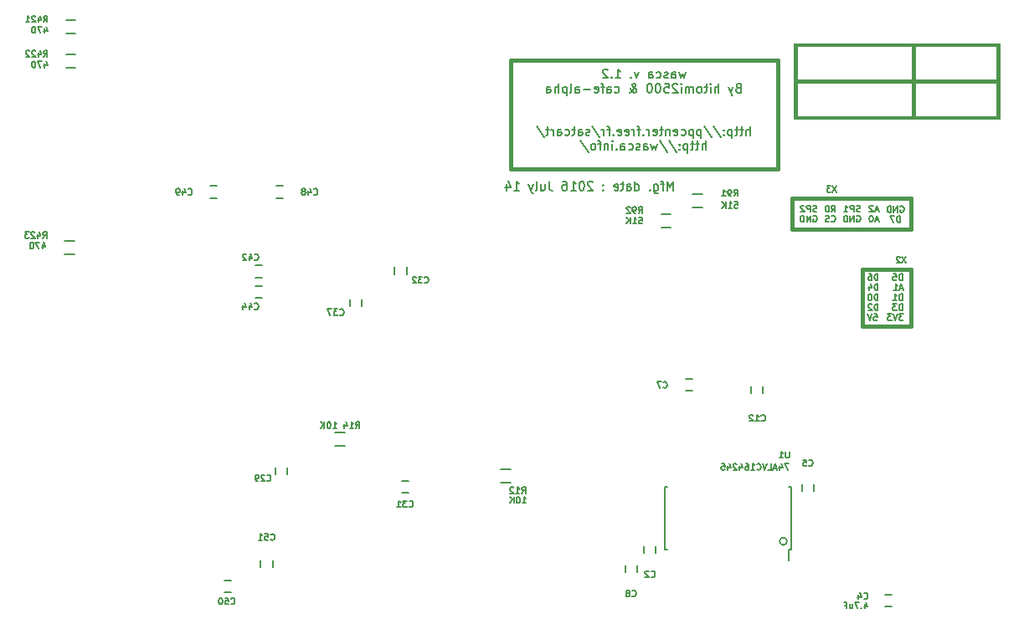
<source format=gbo>
G04 #@! TF.FileFunction,Legend,Bot*
%FSLAX46Y46*%
G04 Gerber Fmt 4.6, Leading zero omitted, Abs format (unit mm)*
G04 Created by KiCad (PCBNEW 4.0.2-stable) date 14/07/2016 12:53:21*
%MOMM*%
G01*
G04 APERTURE LIST*
%ADD10C,0.152400*%
%ADD11C,0.127000*%
%ADD12C,0.381000*%
%ADD13C,0.190500*%
%ADD14C,0.002540*%
%ADD15C,0.150000*%
G04 APERTURE END LIST*
D10*
D11*
X116639048Y-109802262D02*
X116215714Y-110437262D01*
X116215714Y-109802262D02*
X116639048Y-110437262D01*
X116004048Y-109862738D02*
X115973810Y-109832500D01*
X115913333Y-109802262D01*
X115762143Y-109802262D01*
X115701667Y-109832500D01*
X115671429Y-109862738D01*
X115641190Y-109923214D01*
X115641190Y-109983690D01*
X115671429Y-110074405D01*
X116034286Y-110437262D01*
X115641190Y-110437262D01*
X109614048Y-102627262D02*
X109190714Y-103262262D01*
X109190714Y-102627262D02*
X109614048Y-103262262D01*
X109009286Y-102627262D02*
X108616190Y-102627262D01*
X108827857Y-102869167D01*
X108737143Y-102869167D01*
X108676667Y-102899405D01*
X108646429Y-102929643D01*
X108616190Y-102990119D01*
X108616190Y-103141310D01*
X108646429Y-103201786D01*
X108676667Y-103232024D01*
X108737143Y-103262262D01*
X108918571Y-103262262D01*
X108979048Y-103232024D01*
X109009286Y-103201786D01*
D12*
X105100000Y-106975000D02*
X105100000Y-103925000D01*
X117100000Y-106975000D02*
X105100000Y-106975000D01*
X117100000Y-103925000D02*
X117100000Y-106975000D01*
X105100000Y-103925000D02*
X117100000Y-103925000D01*
X112225000Y-116825000D02*
X112225000Y-111075000D01*
X117075000Y-116825000D02*
X112225000Y-116825000D01*
X117075000Y-111075000D02*
X117075000Y-116825000D01*
X112225000Y-111075000D02*
X117075000Y-111075000D01*
D11*
X116248810Y-112180262D02*
X116248810Y-111545262D01*
X116097619Y-111545262D01*
X116006905Y-111575500D01*
X115946429Y-111635976D01*
X115916190Y-111696452D01*
X115885952Y-111817405D01*
X115885952Y-111908119D01*
X115916190Y-112029071D01*
X115946429Y-112089548D01*
X116006905Y-112150024D01*
X116097619Y-112180262D01*
X116248810Y-112180262D01*
X115311429Y-111545262D02*
X115613810Y-111545262D01*
X115644048Y-111847643D01*
X115613810Y-111817405D01*
X115553333Y-111787167D01*
X115402143Y-111787167D01*
X115341667Y-111817405D01*
X115311429Y-111847643D01*
X115281190Y-111908119D01*
X115281190Y-112059310D01*
X115311429Y-112119786D01*
X115341667Y-112150024D01*
X115402143Y-112180262D01*
X115553333Y-112180262D01*
X115613810Y-112150024D01*
X115644048Y-112119786D01*
X116279048Y-113014833D02*
X115976667Y-113014833D01*
X116339524Y-113196262D02*
X116127857Y-112561262D01*
X115916190Y-113196262D01*
X115371904Y-113196262D02*
X115734762Y-113196262D01*
X115553333Y-113196262D02*
X115553333Y-112561262D01*
X115613809Y-112651976D01*
X115674285Y-112712452D01*
X115734762Y-112742690D01*
X116248810Y-114212262D02*
X116248810Y-113577262D01*
X116097619Y-113577262D01*
X116006905Y-113607500D01*
X115946429Y-113667976D01*
X115916190Y-113728452D01*
X115885952Y-113849405D01*
X115885952Y-113940119D01*
X115916190Y-114061071D01*
X115946429Y-114121548D01*
X116006905Y-114182024D01*
X116097619Y-114212262D01*
X116248810Y-114212262D01*
X115281190Y-114212262D02*
X115644048Y-114212262D01*
X115462619Y-114212262D02*
X115462619Y-113577262D01*
X115523095Y-113667976D01*
X115583571Y-113728452D01*
X115644048Y-113758690D01*
X116248810Y-115228262D02*
X116248810Y-114593262D01*
X116097619Y-114593262D01*
X116006905Y-114623500D01*
X115946429Y-114683976D01*
X115916190Y-114744452D01*
X115885952Y-114865405D01*
X115885952Y-114956119D01*
X115916190Y-115077071D01*
X115946429Y-115137548D01*
X116006905Y-115198024D01*
X116097619Y-115228262D01*
X116248810Y-115228262D01*
X115674286Y-114593262D02*
X115281190Y-114593262D01*
X115492857Y-114835167D01*
X115402143Y-114835167D01*
X115341667Y-114865405D01*
X115311429Y-114895643D01*
X115281190Y-114956119D01*
X115281190Y-115107310D01*
X115311429Y-115167786D01*
X115341667Y-115198024D01*
X115402143Y-115228262D01*
X115583571Y-115228262D01*
X115644048Y-115198024D01*
X115674286Y-115167786D01*
X116309286Y-115609262D02*
X115916190Y-115609262D01*
X116127857Y-115851167D01*
X116037143Y-115851167D01*
X115976667Y-115881405D01*
X115946429Y-115911643D01*
X115916190Y-115972119D01*
X115916190Y-116123310D01*
X115946429Y-116183786D01*
X115976667Y-116214024D01*
X116037143Y-116244262D01*
X116218571Y-116244262D01*
X116279048Y-116214024D01*
X116309286Y-116183786D01*
X115734762Y-115609262D02*
X115523095Y-116244262D01*
X115311428Y-115609262D01*
X115160238Y-115609262D02*
X114767142Y-115609262D01*
X114978809Y-115851167D01*
X114888095Y-115851167D01*
X114827619Y-115881405D01*
X114797381Y-115911643D01*
X114767142Y-115972119D01*
X114767142Y-116123310D01*
X114797381Y-116183786D01*
X114827619Y-116214024D01*
X114888095Y-116244262D01*
X115069523Y-116244262D01*
X115130000Y-116214024D01*
X115160238Y-116183786D01*
X113763572Y-112180262D02*
X113763572Y-111545262D01*
X113612381Y-111545262D01*
X113521667Y-111575500D01*
X113461191Y-111635976D01*
X113430952Y-111696452D01*
X113400714Y-111817405D01*
X113400714Y-111908119D01*
X113430952Y-112029071D01*
X113461191Y-112089548D01*
X113521667Y-112150024D01*
X113612381Y-112180262D01*
X113763572Y-112180262D01*
X112856429Y-111545262D02*
X112977381Y-111545262D01*
X113037857Y-111575500D01*
X113068095Y-111605738D01*
X113128572Y-111696452D01*
X113158810Y-111817405D01*
X113158810Y-112059310D01*
X113128572Y-112119786D01*
X113098333Y-112150024D01*
X113037857Y-112180262D01*
X112916905Y-112180262D01*
X112856429Y-112150024D01*
X112826191Y-112119786D01*
X112795952Y-112059310D01*
X112795952Y-111908119D01*
X112826191Y-111847643D01*
X112856429Y-111817405D01*
X112916905Y-111787167D01*
X113037857Y-111787167D01*
X113098333Y-111817405D01*
X113128572Y-111847643D01*
X113158810Y-111908119D01*
X113763572Y-113196262D02*
X113763572Y-112561262D01*
X113612381Y-112561262D01*
X113521667Y-112591500D01*
X113461191Y-112651976D01*
X113430952Y-112712452D01*
X113400714Y-112833405D01*
X113400714Y-112924119D01*
X113430952Y-113045071D01*
X113461191Y-113105548D01*
X113521667Y-113166024D01*
X113612381Y-113196262D01*
X113763572Y-113196262D01*
X112856429Y-112772929D02*
X112856429Y-113196262D01*
X113007619Y-112531024D02*
X113158810Y-112984595D01*
X112765714Y-112984595D01*
X113763572Y-114212262D02*
X113763572Y-113577262D01*
X113612381Y-113577262D01*
X113521667Y-113607500D01*
X113461191Y-113667976D01*
X113430952Y-113728452D01*
X113400714Y-113849405D01*
X113400714Y-113940119D01*
X113430952Y-114061071D01*
X113461191Y-114121548D01*
X113521667Y-114182024D01*
X113612381Y-114212262D01*
X113763572Y-114212262D01*
X113007619Y-113577262D02*
X112947143Y-113577262D01*
X112886667Y-113607500D01*
X112856429Y-113637738D01*
X112826191Y-113698214D01*
X112795952Y-113819167D01*
X112795952Y-113970357D01*
X112826191Y-114091310D01*
X112856429Y-114151786D01*
X112886667Y-114182024D01*
X112947143Y-114212262D01*
X113007619Y-114212262D01*
X113068095Y-114182024D01*
X113098333Y-114151786D01*
X113128572Y-114091310D01*
X113158810Y-113970357D01*
X113158810Y-113819167D01*
X113128572Y-113698214D01*
X113098333Y-113637738D01*
X113068095Y-113607500D01*
X113007619Y-113577262D01*
X113763572Y-115228262D02*
X113763572Y-114593262D01*
X113612381Y-114593262D01*
X113521667Y-114623500D01*
X113461191Y-114683976D01*
X113430952Y-114744452D01*
X113400714Y-114865405D01*
X113400714Y-114956119D01*
X113430952Y-115077071D01*
X113461191Y-115137548D01*
X113521667Y-115198024D01*
X113612381Y-115228262D01*
X113763572Y-115228262D01*
X113158810Y-114653738D02*
X113128572Y-114623500D01*
X113068095Y-114593262D01*
X112916905Y-114593262D01*
X112856429Y-114623500D01*
X112826191Y-114653738D01*
X112795952Y-114714214D01*
X112795952Y-114774690D01*
X112826191Y-114865405D01*
X113189048Y-115228262D01*
X112795952Y-115228262D01*
X113370477Y-115609262D02*
X113672858Y-115609262D01*
X113703096Y-115911643D01*
X113672858Y-115881405D01*
X113612381Y-115851167D01*
X113461191Y-115851167D01*
X113400715Y-115881405D01*
X113370477Y-115911643D01*
X113340238Y-115972119D01*
X113340238Y-116123310D01*
X113370477Y-116183786D01*
X113400715Y-116214024D01*
X113461191Y-116244262D01*
X113612381Y-116244262D01*
X113672858Y-116214024D01*
X113703096Y-116183786D01*
X113158810Y-115609262D02*
X112947143Y-116244262D01*
X112735476Y-115609262D01*
X107551310Y-105224024D02*
X107460595Y-105254262D01*
X107309405Y-105254262D01*
X107248929Y-105224024D01*
X107218691Y-105193786D01*
X107188452Y-105133310D01*
X107188452Y-105072833D01*
X107218691Y-105012357D01*
X107248929Y-104982119D01*
X107309405Y-104951881D01*
X107430357Y-104921643D01*
X107490833Y-104891405D01*
X107521072Y-104861167D01*
X107551310Y-104800690D01*
X107551310Y-104740214D01*
X107521072Y-104679738D01*
X107490833Y-104649500D01*
X107430357Y-104619262D01*
X107279167Y-104619262D01*
X107188452Y-104649500D01*
X106916310Y-105254262D02*
X106916310Y-104619262D01*
X106674405Y-104619262D01*
X106613929Y-104649500D01*
X106583690Y-104679738D01*
X106553452Y-104740214D01*
X106553452Y-104830929D01*
X106583690Y-104891405D01*
X106613929Y-104921643D01*
X106674405Y-104951881D01*
X106916310Y-104951881D01*
X106311548Y-104679738D02*
X106281310Y-104649500D01*
X106220833Y-104619262D01*
X106069643Y-104619262D01*
X106009167Y-104649500D01*
X105978929Y-104679738D01*
X105948690Y-104740214D01*
X105948690Y-104800690D01*
X105978929Y-104891405D01*
X106341786Y-105254262D01*
X105948690Y-105254262D01*
X107233809Y-105665500D02*
X107294286Y-105635262D01*
X107385000Y-105635262D01*
X107475714Y-105665500D01*
X107536190Y-105725976D01*
X107566429Y-105786452D01*
X107596667Y-105907405D01*
X107596667Y-105998119D01*
X107566429Y-106119071D01*
X107536190Y-106179548D01*
X107475714Y-106240024D01*
X107385000Y-106270262D01*
X107324524Y-106270262D01*
X107233809Y-106240024D01*
X107203571Y-106209786D01*
X107203571Y-105998119D01*
X107324524Y-105998119D01*
X106931429Y-106270262D02*
X106931429Y-105635262D01*
X106568571Y-106270262D01*
X106568571Y-105635262D01*
X106266191Y-106270262D02*
X106266191Y-105635262D01*
X106115000Y-105635262D01*
X106024286Y-105665500D01*
X105963810Y-105725976D01*
X105933571Y-105786452D01*
X105903333Y-105907405D01*
X105903333Y-105998119D01*
X105933571Y-106119071D01*
X105963810Y-106179548D01*
X106024286Y-106240024D01*
X106115000Y-106270262D01*
X106266191Y-106270262D01*
X109070952Y-105254262D02*
X109282619Y-104951881D01*
X109433810Y-105254262D02*
X109433810Y-104619262D01*
X109191905Y-104619262D01*
X109131429Y-104649500D01*
X109101190Y-104679738D01*
X109070952Y-104740214D01*
X109070952Y-104830929D01*
X109101190Y-104891405D01*
X109131429Y-104921643D01*
X109191905Y-104951881D01*
X109433810Y-104951881D01*
X108798810Y-105254262D02*
X108798810Y-104619262D01*
X108647619Y-104619262D01*
X108556905Y-104649500D01*
X108496429Y-104709976D01*
X108466190Y-104770452D01*
X108435952Y-104891405D01*
X108435952Y-104982119D01*
X108466190Y-105103071D01*
X108496429Y-105163548D01*
X108556905Y-105224024D01*
X108647619Y-105254262D01*
X108798810Y-105254262D01*
X109055833Y-106209786D02*
X109086071Y-106240024D01*
X109176786Y-106270262D01*
X109237262Y-106270262D01*
X109327976Y-106240024D01*
X109388452Y-106179548D01*
X109418691Y-106119071D01*
X109448929Y-105998119D01*
X109448929Y-105907405D01*
X109418691Y-105786452D01*
X109388452Y-105725976D01*
X109327976Y-105665500D01*
X109237262Y-105635262D01*
X109176786Y-105635262D01*
X109086071Y-105665500D01*
X109055833Y-105695738D01*
X108813929Y-106240024D02*
X108723214Y-106270262D01*
X108572024Y-106270262D01*
X108511548Y-106240024D01*
X108481310Y-106209786D01*
X108451071Y-106149310D01*
X108451071Y-106088833D01*
X108481310Y-106028357D01*
X108511548Y-105998119D01*
X108572024Y-105967881D01*
X108692976Y-105937643D01*
X108753452Y-105907405D01*
X108783691Y-105877167D01*
X108813929Y-105816690D01*
X108813929Y-105756214D01*
X108783691Y-105695738D01*
X108753452Y-105665500D01*
X108692976Y-105635262D01*
X108541786Y-105635262D01*
X108451071Y-105665500D01*
X111951310Y-105224024D02*
X111860595Y-105254262D01*
X111709405Y-105254262D01*
X111648929Y-105224024D01*
X111618691Y-105193786D01*
X111588452Y-105133310D01*
X111588452Y-105072833D01*
X111618691Y-105012357D01*
X111648929Y-104982119D01*
X111709405Y-104951881D01*
X111830357Y-104921643D01*
X111890833Y-104891405D01*
X111921072Y-104861167D01*
X111951310Y-104800690D01*
X111951310Y-104740214D01*
X111921072Y-104679738D01*
X111890833Y-104649500D01*
X111830357Y-104619262D01*
X111679167Y-104619262D01*
X111588452Y-104649500D01*
X111316310Y-105254262D02*
X111316310Y-104619262D01*
X111074405Y-104619262D01*
X111013929Y-104649500D01*
X110983690Y-104679738D01*
X110953452Y-104740214D01*
X110953452Y-104830929D01*
X110983690Y-104891405D01*
X111013929Y-104921643D01*
X111074405Y-104951881D01*
X111316310Y-104951881D01*
X110348690Y-105254262D02*
X110711548Y-105254262D01*
X110530119Y-105254262D02*
X110530119Y-104619262D01*
X110590595Y-104709976D01*
X110651071Y-104770452D01*
X110711548Y-104800690D01*
X111633809Y-105665500D02*
X111694286Y-105635262D01*
X111785000Y-105635262D01*
X111875714Y-105665500D01*
X111936190Y-105725976D01*
X111966429Y-105786452D01*
X111996667Y-105907405D01*
X111996667Y-105998119D01*
X111966429Y-106119071D01*
X111936190Y-106179548D01*
X111875714Y-106240024D01*
X111785000Y-106270262D01*
X111724524Y-106270262D01*
X111633809Y-106240024D01*
X111603571Y-106209786D01*
X111603571Y-105998119D01*
X111724524Y-105998119D01*
X111331429Y-106270262D02*
X111331429Y-105635262D01*
X110968571Y-106270262D01*
X110968571Y-105635262D01*
X110666191Y-106270262D02*
X110666191Y-105635262D01*
X110515000Y-105635262D01*
X110424286Y-105665500D01*
X110363810Y-105725976D01*
X110333571Y-105786452D01*
X110303333Y-105907405D01*
X110303333Y-105998119D01*
X110333571Y-106119071D01*
X110363810Y-106179548D01*
X110424286Y-106240024D01*
X110515000Y-106270262D01*
X110666191Y-106270262D01*
X116033809Y-104699500D02*
X116094286Y-104669262D01*
X116185000Y-104669262D01*
X116275714Y-104699500D01*
X116336190Y-104759976D01*
X116366429Y-104820452D01*
X116396667Y-104941405D01*
X116396667Y-105032119D01*
X116366429Y-105153071D01*
X116336190Y-105213548D01*
X116275714Y-105274024D01*
X116185000Y-105304262D01*
X116124524Y-105304262D01*
X116033809Y-105274024D01*
X116003571Y-105243786D01*
X116003571Y-105032119D01*
X116124524Y-105032119D01*
X115731429Y-105304262D02*
X115731429Y-104669262D01*
X115368571Y-105304262D01*
X115368571Y-104669262D01*
X115066191Y-105304262D02*
X115066191Y-104669262D01*
X114915000Y-104669262D01*
X114824286Y-104699500D01*
X114763810Y-104759976D01*
X114733571Y-104820452D01*
X114703333Y-104941405D01*
X114703333Y-105032119D01*
X114733571Y-105153071D01*
X114763810Y-105213548D01*
X114824286Y-105274024D01*
X114915000Y-105304262D01*
X115066191Y-105304262D01*
X116018691Y-106320262D02*
X116018691Y-105685262D01*
X115867500Y-105685262D01*
X115776786Y-105715500D01*
X115716310Y-105775976D01*
X115686071Y-105836452D01*
X115655833Y-105957405D01*
X115655833Y-106048119D01*
X115686071Y-106169071D01*
X115716310Y-106229548D01*
X115776786Y-106290024D01*
X115867500Y-106320262D01*
X116018691Y-106320262D01*
X115444167Y-105685262D02*
X115020833Y-105685262D01*
X115292976Y-106320262D01*
X113803572Y-105072833D02*
X113501191Y-105072833D01*
X113864048Y-105254262D02*
X113652381Y-104619262D01*
X113440714Y-105254262D01*
X113259286Y-104679738D02*
X113229048Y-104649500D01*
X113168571Y-104619262D01*
X113017381Y-104619262D01*
X112956905Y-104649500D01*
X112926667Y-104679738D01*
X112896428Y-104740214D01*
X112896428Y-104800690D01*
X112926667Y-104891405D01*
X113289524Y-105254262D01*
X112896428Y-105254262D01*
X113803572Y-106088833D02*
X113501191Y-106088833D01*
X113864048Y-106270262D02*
X113652381Y-105635262D01*
X113440714Y-106270262D01*
X113108095Y-105635262D02*
X113047619Y-105635262D01*
X112987143Y-105665500D01*
X112956905Y-105695738D01*
X112926667Y-105756214D01*
X112896428Y-105877167D01*
X112896428Y-106028357D01*
X112926667Y-106149310D01*
X112956905Y-106209786D01*
X112987143Y-106240024D01*
X113047619Y-106270262D01*
X113108095Y-106270262D01*
X113168571Y-106240024D01*
X113198809Y-106209786D01*
X113229048Y-106149310D01*
X113259286Y-106028357D01*
X113259286Y-105877167D01*
X113229048Y-105756214D01*
X113198809Y-105695738D01*
X113168571Y-105665500D01*
X113108095Y-105635262D01*
D13*
X93056763Y-103081781D02*
X93056763Y-102182581D01*
X92757029Y-102824867D01*
X92457296Y-102182581D01*
X92457296Y-103081781D01*
X92157563Y-102482314D02*
X91815011Y-102482314D01*
X92029106Y-103081781D02*
X92029106Y-102311038D01*
X91986287Y-102225400D01*
X91900649Y-102182581D01*
X91815011Y-102182581D01*
X91129905Y-102482314D02*
X91129905Y-103210238D01*
X91172724Y-103295876D01*
X91215543Y-103338695D01*
X91301182Y-103381514D01*
X91429639Y-103381514D01*
X91515277Y-103338695D01*
X91129905Y-103038962D02*
X91215543Y-103081781D01*
X91386820Y-103081781D01*
X91472458Y-103038962D01*
X91515277Y-102996143D01*
X91558096Y-102910505D01*
X91558096Y-102653590D01*
X91515277Y-102567952D01*
X91472458Y-102525133D01*
X91386820Y-102482314D01*
X91215543Y-102482314D01*
X91129905Y-102525133D01*
X90701715Y-102996143D02*
X90658896Y-103038962D01*
X90701715Y-103081781D01*
X90744534Y-103038962D01*
X90701715Y-102996143D01*
X90701715Y-103081781D01*
X89203048Y-103081781D02*
X89203048Y-102182581D01*
X89203048Y-103038962D02*
X89288686Y-103081781D01*
X89459963Y-103081781D01*
X89545601Y-103038962D01*
X89588420Y-102996143D01*
X89631239Y-102910505D01*
X89631239Y-102653590D01*
X89588420Y-102567952D01*
X89545601Y-102525133D01*
X89459963Y-102482314D01*
X89288686Y-102482314D01*
X89203048Y-102525133D01*
X88389486Y-103081781D02*
X88389486Y-102610771D01*
X88432305Y-102525133D01*
X88517943Y-102482314D01*
X88689220Y-102482314D01*
X88774858Y-102525133D01*
X88389486Y-103038962D02*
X88475124Y-103081781D01*
X88689220Y-103081781D01*
X88774858Y-103038962D01*
X88817677Y-102953324D01*
X88817677Y-102867686D01*
X88774858Y-102782048D01*
X88689220Y-102739229D01*
X88475124Y-102739229D01*
X88389486Y-102696410D01*
X88089753Y-102482314D02*
X87747201Y-102482314D01*
X87961296Y-102182581D02*
X87961296Y-102953324D01*
X87918477Y-103038962D01*
X87832839Y-103081781D01*
X87747201Y-103081781D01*
X87104914Y-103038962D02*
X87190552Y-103081781D01*
X87361829Y-103081781D01*
X87447467Y-103038962D01*
X87490286Y-102953324D01*
X87490286Y-102610771D01*
X87447467Y-102525133D01*
X87361829Y-102482314D01*
X87190552Y-102482314D01*
X87104914Y-102525133D01*
X87062095Y-102610771D01*
X87062095Y-102696410D01*
X87490286Y-102782048D01*
X85991619Y-102996143D02*
X85948800Y-103038962D01*
X85991619Y-103081781D01*
X86034438Y-103038962D01*
X85991619Y-102996143D01*
X85991619Y-103081781D01*
X85991619Y-102525133D02*
X85948800Y-102567952D01*
X85991619Y-102610771D01*
X86034438Y-102567952D01*
X85991619Y-102525133D01*
X85991619Y-102610771D01*
X84921143Y-102268219D02*
X84878324Y-102225400D01*
X84792686Y-102182581D01*
X84578590Y-102182581D01*
X84492952Y-102225400D01*
X84450133Y-102268219D01*
X84407314Y-102353857D01*
X84407314Y-102439495D01*
X84450133Y-102567952D01*
X84963962Y-103081781D01*
X84407314Y-103081781D01*
X83850667Y-102182581D02*
X83765028Y-102182581D01*
X83679390Y-102225400D01*
X83636571Y-102268219D01*
X83593752Y-102353857D01*
X83550933Y-102525133D01*
X83550933Y-102739229D01*
X83593752Y-102910505D01*
X83636571Y-102996143D01*
X83679390Y-103038962D01*
X83765028Y-103081781D01*
X83850667Y-103081781D01*
X83936305Y-103038962D01*
X83979124Y-102996143D01*
X84021943Y-102910505D01*
X84064762Y-102739229D01*
X84064762Y-102525133D01*
X84021943Y-102353857D01*
X83979124Y-102268219D01*
X83936305Y-102225400D01*
X83850667Y-102182581D01*
X82694552Y-103081781D02*
X83208381Y-103081781D01*
X82951467Y-103081781D02*
X82951467Y-102182581D01*
X83037105Y-102311038D01*
X83122743Y-102396676D01*
X83208381Y-102439495D01*
X81923809Y-102182581D02*
X82095086Y-102182581D01*
X82180724Y-102225400D01*
X82223543Y-102268219D01*
X82309181Y-102396676D01*
X82352000Y-102567952D01*
X82352000Y-102910505D01*
X82309181Y-102996143D01*
X82266362Y-103038962D01*
X82180724Y-103081781D01*
X82009447Y-103081781D01*
X81923809Y-103038962D01*
X81880990Y-102996143D01*
X81838171Y-102910505D01*
X81838171Y-102696410D01*
X81880990Y-102610771D01*
X81923809Y-102567952D01*
X82009447Y-102525133D01*
X82180724Y-102525133D01*
X82266362Y-102567952D01*
X82309181Y-102610771D01*
X82352000Y-102696410D01*
X80510780Y-102182581D02*
X80510780Y-102824867D01*
X80553600Y-102953324D01*
X80639238Y-103038962D01*
X80767695Y-103081781D01*
X80853333Y-103081781D01*
X79697218Y-102482314D02*
X79697218Y-103081781D01*
X80082590Y-102482314D02*
X80082590Y-102953324D01*
X80039771Y-103038962D01*
X79954133Y-103081781D01*
X79825675Y-103081781D01*
X79740037Y-103038962D01*
X79697218Y-102996143D01*
X79140571Y-103081781D02*
X79226209Y-103038962D01*
X79269028Y-102953324D01*
X79269028Y-102182581D01*
X78883656Y-102482314D02*
X78669561Y-103081781D01*
X78455465Y-102482314D02*
X78669561Y-103081781D01*
X78755199Y-103295876D01*
X78798018Y-103338695D01*
X78883656Y-103381514D01*
X76956798Y-103081781D02*
X77470627Y-103081781D01*
X77213713Y-103081781D02*
X77213713Y-102182581D01*
X77299351Y-102311038D01*
X77384989Y-102396676D01*
X77470627Y-102439495D01*
X76186055Y-102482314D02*
X76186055Y-103081781D01*
X76400151Y-102139762D02*
X76614246Y-102782048D01*
X76057598Y-102782048D01*
D12*
X76600000Y-100925000D02*
X76600000Y-89925000D01*
X103625000Y-100925000D02*
X76600000Y-100925000D01*
X103625000Y-89950000D02*
X103625000Y-100925000D01*
X76625000Y-89950000D02*
X103625000Y-89950000D01*
D13*
X94317676Y-91133864D02*
X94146400Y-91733331D01*
X93975123Y-91305140D01*
X93803847Y-91733331D01*
X93632571Y-91133864D01*
X92904647Y-91733331D02*
X92904647Y-91262321D01*
X92947466Y-91176683D01*
X93033104Y-91133864D01*
X93204381Y-91133864D01*
X93290019Y-91176683D01*
X92904647Y-91690512D02*
X92990285Y-91733331D01*
X93204381Y-91733331D01*
X93290019Y-91690512D01*
X93332838Y-91604874D01*
X93332838Y-91519236D01*
X93290019Y-91433598D01*
X93204381Y-91390779D01*
X92990285Y-91390779D01*
X92904647Y-91347960D01*
X92519276Y-91690512D02*
X92433638Y-91733331D01*
X92262362Y-91733331D01*
X92176723Y-91690512D01*
X92133904Y-91604874D01*
X92133904Y-91562055D01*
X92176723Y-91476417D01*
X92262362Y-91433598D01*
X92390819Y-91433598D01*
X92476457Y-91390779D01*
X92519276Y-91305140D01*
X92519276Y-91262321D01*
X92476457Y-91176683D01*
X92390819Y-91133864D01*
X92262362Y-91133864D01*
X92176723Y-91176683D01*
X91363161Y-91690512D02*
X91448799Y-91733331D01*
X91620076Y-91733331D01*
X91705714Y-91690512D01*
X91748533Y-91647693D01*
X91791352Y-91562055D01*
X91791352Y-91305140D01*
X91748533Y-91219502D01*
X91705714Y-91176683D01*
X91620076Y-91133864D01*
X91448799Y-91133864D01*
X91363161Y-91176683D01*
X90592418Y-91733331D02*
X90592418Y-91262321D01*
X90635237Y-91176683D01*
X90720875Y-91133864D01*
X90892152Y-91133864D01*
X90977790Y-91176683D01*
X90592418Y-91690512D02*
X90678056Y-91733331D01*
X90892152Y-91733331D01*
X90977790Y-91690512D01*
X91020609Y-91604874D01*
X91020609Y-91519236D01*
X90977790Y-91433598D01*
X90892152Y-91390779D01*
X90678056Y-91390779D01*
X90592418Y-91347960D01*
X89564761Y-91133864D02*
X89350666Y-91733331D01*
X89136570Y-91133864D01*
X88794018Y-91647693D02*
X88751199Y-91690512D01*
X88794018Y-91733331D01*
X88836837Y-91690512D01*
X88794018Y-91647693D01*
X88794018Y-91733331D01*
X87209713Y-91733331D02*
X87723542Y-91733331D01*
X87466628Y-91733331D02*
X87466628Y-90834131D01*
X87552266Y-90962588D01*
X87637904Y-91048226D01*
X87723542Y-91091045D01*
X86824342Y-91647693D02*
X86781523Y-91690512D01*
X86824342Y-91733331D01*
X86867161Y-91690512D01*
X86824342Y-91647693D01*
X86824342Y-91733331D01*
X86438971Y-90919769D02*
X86396152Y-90876950D01*
X86310514Y-90834131D01*
X86096418Y-90834131D01*
X86010780Y-90876950D01*
X85967961Y-90919769D01*
X85925142Y-91005407D01*
X85925142Y-91091045D01*
X85967961Y-91219502D01*
X86481790Y-91733331D01*
X85925142Y-91733331D01*
X99627238Y-92711701D02*
X99498781Y-92754520D01*
X99455962Y-92797340D01*
X99413143Y-92882978D01*
X99413143Y-93011435D01*
X99455962Y-93097073D01*
X99498781Y-93139892D01*
X99584419Y-93182711D01*
X99926972Y-93182711D01*
X99926972Y-92283511D01*
X99627238Y-92283511D01*
X99541600Y-92326330D01*
X99498781Y-92369149D01*
X99455962Y-92454787D01*
X99455962Y-92540425D01*
X99498781Y-92626063D01*
X99541600Y-92668882D01*
X99627238Y-92711701D01*
X99926972Y-92711701D01*
X99113410Y-92583244D02*
X98899315Y-93182711D01*
X98685219Y-92583244D02*
X98899315Y-93182711D01*
X98984953Y-93396806D01*
X99027772Y-93439625D01*
X99113410Y-93482444D01*
X97657562Y-93182711D02*
X97657562Y-92283511D01*
X97272190Y-93182711D02*
X97272190Y-92711701D01*
X97315009Y-92626063D01*
X97400647Y-92583244D01*
X97529105Y-92583244D01*
X97614743Y-92626063D01*
X97657562Y-92668882D01*
X96844000Y-93182711D02*
X96844000Y-92583244D01*
X96844000Y-92283511D02*
X96886819Y-92326330D01*
X96844000Y-92369149D01*
X96801181Y-92326330D01*
X96844000Y-92283511D01*
X96844000Y-92369149D01*
X96544267Y-92583244D02*
X96201715Y-92583244D01*
X96415810Y-92283511D02*
X96415810Y-93054254D01*
X96372991Y-93139892D01*
X96287353Y-93182711D01*
X96201715Y-93182711D01*
X95773524Y-93182711D02*
X95859162Y-93139892D01*
X95901981Y-93097073D01*
X95944800Y-93011435D01*
X95944800Y-92754520D01*
X95901981Y-92668882D01*
X95859162Y-92626063D01*
X95773524Y-92583244D01*
X95645066Y-92583244D01*
X95559428Y-92626063D01*
X95516609Y-92668882D01*
X95473790Y-92754520D01*
X95473790Y-93011435D01*
X95516609Y-93097073D01*
X95559428Y-93139892D01*
X95645066Y-93182711D01*
X95773524Y-93182711D01*
X95088419Y-93182711D02*
X95088419Y-92583244D01*
X95088419Y-92668882D02*
X95045600Y-92626063D01*
X94959962Y-92583244D01*
X94831504Y-92583244D01*
X94745866Y-92626063D01*
X94703047Y-92711701D01*
X94703047Y-93182711D01*
X94703047Y-92711701D02*
X94660228Y-92626063D01*
X94574590Y-92583244D01*
X94446133Y-92583244D01*
X94360495Y-92626063D01*
X94317676Y-92711701D01*
X94317676Y-93182711D01*
X93889486Y-93182711D02*
X93889486Y-92583244D01*
X93889486Y-92283511D02*
X93932305Y-92326330D01*
X93889486Y-92369149D01*
X93846667Y-92326330D01*
X93889486Y-92283511D01*
X93889486Y-92369149D01*
X93504115Y-92369149D02*
X93461296Y-92326330D01*
X93375658Y-92283511D01*
X93161562Y-92283511D01*
X93075924Y-92326330D01*
X93033105Y-92369149D01*
X92990286Y-92454787D01*
X92990286Y-92540425D01*
X93033105Y-92668882D01*
X93546934Y-93182711D01*
X92990286Y-93182711D01*
X92176724Y-92283511D02*
X92604915Y-92283511D01*
X92647734Y-92711701D01*
X92604915Y-92668882D01*
X92519277Y-92626063D01*
X92305181Y-92626063D01*
X92219543Y-92668882D01*
X92176724Y-92711701D01*
X92133905Y-92797340D01*
X92133905Y-93011435D01*
X92176724Y-93097073D01*
X92219543Y-93139892D01*
X92305181Y-93182711D01*
X92519277Y-93182711D01*
X92604915Y-93139892D01*
X92647734Y-93097073D01*
X91577258Y-92283511D02*
X91491619Y-92283511D01*
X91405981Y-92326330D01*
X91363162Y-92369149D01*
X91320343Y-92454787D01*
X91277524Y-92626063D01*
X91277524Y-92840159D01*
X91320343Y-93011435D01*
X91363162Y-93097073D01*
X91405981Y-93139892D01*
X91491619Y-93182711D01*
X91577258Y-93182711D01*
X91662896Y-93139892D01*
X91705715Y-93097073D01*
X91748534Y-93011435D01*
X91791353Y-92840159D01*
X91791353Y-92626063D01*
X91748534Y-92454787D01*
X91705715Y-92369149D01*
X91662896Y-92326330D01*
X91577258Y-92283511D01*
X90720877Y-92283511D02*
X90635238Y-92283511D01*
X90549600Y-92326330D01*
X90506781Y-92369149D01*
X90463962Y-92454787D01*
X90421143Y-92626063D01*
X90421143Y-92840159D01*
X90463962Y-93011435D01*
X90506781Y-93097073D01*
X90549600Y-93139892D01*
X90635238Y-93182711D01*
X90720877Y-93182711D01*
X90806515Y-93139892D01*
X90849334Y-93097073D01*
X90892153Y-93011435D01*
X90934972Y-92840159D01*
X90934972Y-92626063D01*
X90892153Y-92454787D01*
X90849334Y-92369149D01*
X90806515Y-92326330D01*
X90720877Y-92283511D01*
X88622743Y-93182711D02*
X88665562Y-93182711D01*
X88751200Y-93139892D01*
X88879657Y-93011435D01*
X89093752Y-92754520D01*
X89179391Y-92626063D01*
X89222210Y-92497606D01*
X89222210Y-92411968D01*
X89179391Y-92326330D01*
X89093752Y-92283511D01*
X89050933Y-92283511D01*
X88965295Y-92326330D01*
X88922476Y-92411968D01*
X88922476Y-92454787D01*
X88965295Y-92540425D01*
X89008114Y-92583244D01*
X89265029Y-92754520D01*
X89307848Y-92797340D01*
X89350667Y-92882978D01*
X89350667Y-93011435D01*
X89307848Y-93097073D01*
X89265029Y-93139892D01*
X89179391Y-93182711D01*
X89050933Y-93182711D01*
X88965295Y-93139892D01*
X88922476Y-93097073D01*
X88794019Y-92925797D01*
X88751200Y-92797340D01*
X88751200Y-92711701D01*
X87166895Y-93139892D02*
X87252533Y-93182711D01*
X87423810Y-93182711D01*
X87509448Y-93139892D01*
X87552267Y-93097073D01*
X87595086Y-93011435D01*
X87595086Y-92754520D01*
X87552267Y-92668882D01*
X87509448Y-92626063D01*
X87423810Y-92583244D01*
X87252533Y-92583244D01*
X87166895Y-92626063D01*
X86396152Y-93182711D02*
X86396152Y-92711701D01*
X86438971Y-92626063D01*
X86524609Y-92583244D01*
X86695886Y-92583244D01*
X86781524Y-92626063D01*
X86396152Y-93139892D02*
X86481790Y-93182711D01*
X86695886Y-93182711D01*
X86781524Y-93139892D01*
X86824343Y-93054254D01*
X86824343Y-92968616D01*
X86781524Y-92882978D01*
X86695886Y-92840159D01*
X86481790Y-92840159D01*
X86396152Y-92797340D01*
X86096419Y-92583244D02*
X85753867Y-92583244D01*
X85967962Y-93182711D02*
X85967962Y-92411968D01*
X85925143Y-92326330D01*
X85839505Y-92283511D01*
X85753867Y-92283511D01*
X85111580Y-93139892D02*
X85197218Y-93182711D01*
X85368495Y-93182711D01*
X85454133Y-93139892D01*
X85496952Y-93054254D01*
X85496952Y-92711701D01*
X85454133Y-92626063D01*
X85368495Y-92583244D01*
X85197218Y-92583244D01*
X85111580Y-92626063D01*
X85068761Y-92711701D01*
X85068761Y-92797340D01*
X85496952Y-92882978D01*
X84683390Y-92840159D02*
X83998285Y-92840159D01*
X83184723Y-93182711D02*
X83184723Y-92711701D01*
X83227542Y-92626063D01*
X83313180Y-92583244D01*
X83484457Y-92583244D01*
X83570095Y-92626063D01*
X83184723Y-93139892D02*
X83270361Y-93182711D01*
X83484457Y-93182711D01*
X83570095Y-93139892D01*
X83612914Y-93054254D01*
X83612914Y-92968616D01*
X83570095Y-92882978D01*
X83484457Y-92840159D01*
X83270361Y-92840159D01*
X83184723Y-92797340D01*
X82628076Y-93182711D02*
X82713714Y-93139892D01*
X82756533Y-93054254D01*
X82756533Y-92283511D01*
X82285523Y-92583244D02*
X82285523Y-93482444D01*
X82285523Y-92626063D02*
X82199885Y-92583244D01*
X82028608Y-92583244D01*
X81942970Y-92626063D01*
X81900151Y-92668882D01*
X81857332Y-92754520D01*
X81857332Y-93011435D01*
X81900151Y-93097073D01*
X81942970Y-93139892D01*
X82028608Y-93182711D01*
X82199885Y-93182711D01*
X82285523Y-93139892D01*
X81471961Y-93182711D02*
X81471961Y-92283511D01*
X81086589Y-93182711D02*
X81086589Y-92711701D01*
X81129408Y-92626063D01*
X81215046Y-92583244D01*
X81343504Y-92583244D01*
X81429142Y-92626063D01*
X81471961Y-92668882D01*
X80273027Y-93182711D02*
X80273027Y-92711701D01*
X80315846Y-92626063D01*
X80401484Y-92583244D01*
X80572761Y-92583244D01*
X80658399Y-92626063D01*
X80273027Y-93139892D02*
X80358665Y-93182711D01*
X80572761Y-93182711D01*
X80658399Y-93139892D01*
X80701218Y-93054254D01*
X80701218Y-92968616D01*
X80658399Y-92882978D01*
X80572761Y-92840159D01*
X80358665Y-92840159D01*
X80273027Y-92797340D01*
X100847583Y-97530851D02*
X100847583Y-96631651D01*
X100462211Y-97530851D02*
X100462211Y-97059841D01*
X100505030Y-96974203D01*
X100590668Y-96931384D01*
X100719126Y-96931384D01*
X100804764Y-96974203D01*
X100847583Y-97017022D01*
X100162478Y-96931384D02*
X99819926Y-96931384D01*
X100034021Y-96631651D02*
X100034021Y-97402394D01*
X99991202Y-97488032D01*
X99905564Y-97530851D01*
X99819926Y-97530851D01*
X99648649Y-96931384D02*
X99306097Y-96931384D01*
X99520192Y-96631651D02*
X99520192Y-97402394D01*
X99477373Y-97488032D01*
X99391735Y-97530851D01*
X99306097Y-97530851D01*
X99006363Y-96931384D02*
X99006363Y-97830584D01*
X99006363Y-96974203D02*
X98920725Y-96931384D01*
X98749448Y-96931384D01*
X98663810Y-96974203D01*
X98620991Y-97017022D01*
X98578172Y-97102660D01*
X98578172Y-97359575D01*
X98620991Y-97445213D01*
X98663810Y-97488032D01*
X98749448Y-97530851D01*
X98920725Y-97530851D01*
X99006363Y-97488032D01*
X98192801Y-97445213D02*
X98149982Y-97488032D01*
X98192801Y-97530851D01*
X98235620Y-97488032D01*
X98192801Y-97445213D01*
X98192801Y-97530851D01*
X98192801Y-96974203D02*
X98149982Y-97017022D01*
X98192801Y-97059841D01*
X98235620Y-97017022D01*
X98192801Y-96974203D01*
X98192801Y-97059841D01*
X97122325Y-96588832D02*
X97893068Y-97744946D01*
X96180306Y-96588832D02*
X96951049Y-97744946D01*
X95880573Y-96931384D02*
X95880573Y-97830584D01*
X95880573Y-96974203D02*
X95794935Y-96931384D01*
X95623658Y-96931384D01*
X95538020Y-96974203D01*
X95495201Y-97017022D01*
X95452382Y-97102660D01*
X95452382Y-97359575D01*
X95495201Y-97445213D01*
X95538020Y-97488032D01*
X95623658Y-97530851D01*
X95794935Y-97530851D01*
X95880573Y-97488032D01*
X95067011Y-96931384D02*
X95067011Y-97830584D01*
X95067011Y-96974203D02*
X94981373Y-96931384D01*
X94810096Y-96931384D01*
X94724458Y-96974203D01*
X94681639Y-97017022D01*
X94638820Y-97102660D01*
X94638820Y-97359575D01*
X94681639Y-97445213D01*
X94724458Y-97488032D01*
X94810096Y-97530851D01*
X94981373Y-97530851D01*
X95067011Y-97488032D01*
X93868077Y-97488032D02*
X93953715Y-97530851D01*
X94124992Y-97530851D01*
X94210630Y-97488032D01*
X94253449Y-97445213D01*
X94296268Y-97359575D01*
X94296268Y-97102660D01*
X94253449Y-97017022D01*
X94210630Y-96974203D01*
X94124992Y-96931384D01*
X93953715Y-96931384D01*
X93868077Y-96974203D01*
X93140153Y-97488032D02*
X93225791Y-97530851D01*
X93397068Y-97530851D01*
X93482706Y-97488032D01*
X93525525Y-97402394D01*
X93525525Y-97059841D01*
X93482706Y-96974203D01*
X93397068Y-96931384D01*
X93225791Y-96931384D01*
X93140153Y-96974203D01*
X93097334Y-97059841D01*
X93097334Y-97145480D01*
X93525525Y-97231118D01*
X92711963Y-96931384D02*
X92711963Y-97530851D01*
X92711963Y-97017022D02*
X92669144Y-96974203D01*
X92583506Y-96931384D01*
X92455048Y-96931384D01*
X92369410Y-96974203D01*
X92326591Y-97059841D01*
X92326591Y-97530851D01*
X92026858Y-96931384D02*
X91684306Y-96931384D01*
X91898401Y-96631651D02*
X91898401Y-97402394D01*
X91855582Y-97488032D01*
X91769944Y-97530851D01*
X91684306Y-97530851D01*
X91042019Y-97488032D02*
X91127657Y-97530851D01*
X91298934Y-97530851D01*
X91384572Y-97488032D01*
X91427391Y-97402394D01*
X91427391Y-97059841D01*
X91384572Y-96974203D01*
X91298934Y-96931384D01*
X91127657Y-96931384D01*
X91042019Y-96974203D01*
X90999200Y-97059841D01*
X90999200Y-97145480D01*
X91427391Y-97231118D01*
X90613829Y-97530851D02*
X90613829Y-96931384D01*
X90613829Y-97102660D02*
X90571010Y-97017022D01*
X90528191Y-96974203D01*
X90442553Y-96931384D01*
X90356914Y-96931384D01*
X90057181Y-97445213D02*
X90014362Y-97488032D01*
X90057181Y-97530851D01*
X90100000Y-97488032D01*
X90057181Y-97445213D01*
X90057181Y-97530851D01*
X89757448Y-96931384D02*
X89414896Y-96931384D01*
X89628991Y-97530851D02*
X89628991Y-96760108D01*
X89586172Y-96674470D01*
X89500534Y-96631651D01*
X89414896Y-96631651D01*
X89115162Y-97530851D02*
X89115162Y-96931384D01*
X89115162Y-97102660D02*
X89072343Y-97017022D01*
X89029524Y-96974203D01*
X88943886Y-96931384D01*
X88858247Y-96931384D01*
X88215961Y-97488032D02*
X88301599Y-97530851D01*
X88472876Y-97530851D01*
X88558514Y-97488032D01*
X88601333Y-97402394D01*
X88601333Y-97059841D01*
X88558514Y-96974203D01*
X88472876Y-96931384D01*
X88301599Y-96931384D01*
X88215961Y-96974203D01*
X88173142Y-97059841D01*
X88173142Y-97145480D01*
X88601333Y-97231118D01*
X87445218Y-97488032D02*
X87530856Y-97530851D01*
X87702133Y-97530851D01*
X87787771Y-97488032D01*
X87830590Y-97402394D01*
X87830590Y-97059841D01*
X87787771Y-96974203D01*
X87702133Y-96931384D01*
X87530856Y-96931384D01*
X87445218Y-96974203D01*
X87402399Y-97059841D01*
X87402399Y-97145480D01*
X87830590Y-97231118D01*
X87017028Y-97445213D02*
X86974209Y-97488032D01*
X87017028Y-97530851D01*
X87059847Y-97488032D01*
X87017028Y-97445213D01*
X87017028Y-97530851D01*
X86717295Y-96931384D02*
X86374743Y-96931384D01*
X86588838Y-97530851D02*
X86588838Y-96760108D01*
X86546019Y-96674470D01*
X86460381Y-96631651D01*
X86374743Y-96631651D01*
X86075009Y-97530851D02*
X86075009Y-96931384D01*
X86075009Y-97102660D02*
X86032190Y-97017022D01*
X85989371Y-96974203D01*
X85903733Y-96931384D01*
X85818094Y-96931384D01*
X84876075Y-96588832D02*
X85646818Y-97744946D01*
X84619161Y-97488032D02*
X84533523Y-97530851D01*
X84362247Y-97530851D01*
X84276608Y-97488032D01*
X84233789Y-97402394D01*
X84233789Y-97359575D01*
X84276608Y-97273937D01*
X84362247Y-97231118D01*
X84490704Y-97231118D01*
X84576342Y-97188299D01*
X84619161Y-97102660D01*
X84619161Y-97059841D01*
X84576342Y-96974203D01*
X84490704Y-96931384D01*
X84362247Y-96931384D01*
X84276608Y-96974203D01*
X83463046Y-97530851D02*
X83463046Y-97059841D01*
X83505865Y-96974203D01*
X83591503Y-96931384D01*
X83762780Y-96931384D01*
X83848418Y-96974203D01*
X83463046Y-97488032D02*
X83548684Y-97530851D01*
X83762780Y-97530851D01*
X83848418Y-97488032D01*
X83891237Y-97402394D01*
X83891237Y-97316756D01*
X83848418Y-97231118D01*
X83762780Y-97188299D01*
X83548684Y-97188299D01*
X83463046Y-97145480D01*
X83163313Y-96931384D02*
X82820761Y-96931384D01*
X83034856Y-96631651D02*
X83034856Y-97402394D01*
X82992037Y-97488032D01*
X82906399Y-97530851D01*
X82820761Y-97530851D01*
X82135655Y-97488032D02*
X82221293Y-97530851D01*
X82392570Y-97530851D01*
X82478208Y-97488032D01*
X82521027Y-97445213D01*
X82563846Y-97359575D01*
X82563846Y-97102660D01*
X82521027Y-97017022D01*
X82478208Y-96974203D01*
X82392570Y-96931384D01*
X82221293Y-96931384D01*
X82135655Y-96974203D01*
X81364912Y-97530851D02*
X81364912Y-97059841D01*
X81407731Y-96974203D01*
X81493369Y-96931384D01*
X81664646Y-96931384D01*
X81750284Y-96974203D01*
X81364912Y-97488032D02*
X81450550Y-97530851D01*
X81664646Y-97530851D01*
X81750284Y-97488032D01*
X81793103Y-97402394D01*
X81793103Y-97316756D01*
X81750284Y-97231118D01*
X81664646Y-97188299D01*
X81450550Y-97188299D01*
X81364912Y-97145480D01*
X80936722Y-97530851D02*
X80936722Y-96931384D01*
X80936722Y-97102660D02*
X80893903Y-97017022D01*
X80851084Y-96974203D01*
X80765446Y-96931384D01*
X80679807Y-96931384D01*
X80508531Y-96931384D02*
X80165979Y-96931384D01*
X80380074Y-96631651D02*
X80380074Y-97402394D01*
X80337255Y-97488032D01*
X80251617Y-97530851D01*
X80165979Y-97530851D01*
X79223959Y-96588832D02*
X79994702Y-97744946D01*
X96372991Y-98980231D02*
X96372991Y-98081031D01*
X95987619Y-98980231D02*
X95987619Y-98509221D01*
X96030438Y-98423583D01*
X96116076Y-98380764D01*
X96244534Y-98380764D01*
X96330172Y-98423583D01*
X96372991Y-98466402D01*
X95687886Y-98380764D02*
X95345334Y-98380764D01*
X95559429Y-98081031D02*
X95559429Y-98851774D01*
X95516610Y-98937412D01*
X95430972Y-98980231D01*
X95345334Y-98980231D01*
X95174057Y-98380764D02*
X94831505Y-98380764D01*
X95045600Y-98081031D02*
X95045600Y-98851774D01*
X95002781Y-98937412D01*
X94917143Y-98980231D01*
X94831505Y-98980231D01*
X94531771Y-98380764D02*
X94531771Y-99279964D01*
X94531771Y-98423583D02*
X94446133Y-98380764D01*
X94274856Y-98380764D01*
X94189218Y-98423583D01*
X94146399Y-98466402D01*
X94103580Y-98552040D01*
X94103580Y-98808955D01*
X94146399Y-98894593D01*
X94189218Y-98937412D01*
X94274856Y-98980231D01*
X94446133Y-98980231D01*
X94531771Y-98937412D01*
X93718209Y-98894593D02*
X93675390Y-98937412D01*
X93718209Y-98980231D01*
X93761028Y-98937412D01*
X93718209Y-98894593D01*
X93718209Y-98980231D01*
X93718209Y-98423583D02*
X93675390Y-98466402D01*
X93718209Y-98509221D01*
X93761028Y-98466402D01*
X93718209Y-98423583D01*
X93718209Y-98509221D01*
X92647733Y-98038212D02*
X93418476Y-99194326D01*
X91705714Y-98038212D02*
X92476457Y-99194326D01*
X91491619Y-98380764D02*
X91320343Y-98980231D01*
X91149066Y-98552040D01*
X90977790Y-98980231D01*
X90806514Y-98380764D01*
X90078590Y-98980231D02*
X90078590Y-98509221D01*
X90121409Y-98423583D01*
X90207047Y-98380764D01*
X90378324Y-98380764D01*
X90463962Y-98423583D01*
X90078590Y-98937412D02*
X90164228Y-98980231D01*
X90378324Y-98980231D01*
X90463962Y-98937412D01*
X90506781Y-98851774D01*
X90506781Y-98766136D01*
X90463962Y-98680498D01*
X90378324Y-98637679D01*
X90164228Y-98637679D01*
X90078590Y-98594860D01*
X89693219Y-98937412D02*
X89607581Y-98980231D01*
X89436305Y-98980231D01*
X89350666Y-98937412D01*
X89307847Y-98851774D01*
X89307847Y-98808955D01*
X89350666Y-98723317D01*
X89436305Y-98680498D01*
X89564762Y-98680498D01*
X89650400Y-98637679D01*
X89693219Y-98552040D01*
X89693219Y-98509221D01*
X89650400Y-98423583D01*
X89564762Y-98380764D01*
X89436305Y-98380764D01*
X89350666Y-98423583D01*
X88537104Y-98937412D02*
X88622742Y-98980231D01*
X88794019Y-98980231D01*
X88879657Y-98937412D01*
X88922476Y-98894593D01*
X88965295Y-98808955D01*
X88965295Y-98552040D01*
X88922476Y-98466402D01*
X88879657Y-98423583D01*
X88794019Y-98380764D01*
X88622742Y-98380764D01*
X88537104Y-98423583D01*
X87766361Y-98980231D02*
X87766361Y-98509221D01*
X87809180Y-98423583D01*
X87894818Y-98380764D01*
X88066095Y-98380764D01*
X88151733Y-98423583D01*
X87766361Y-98937412D02*
X87851999Y-98980231D01*
X88066095Y-98980231D01*
X88151733Y-98937412D01*
X88194552Y-98851774D01*
X88194552Y-98766136D01*
X88151733Y-98680498D01*
X88066095Y-98637679D01*
X87851999Y-98637679D01*
X87766361Y-98594860D01*
X87338171Y-98894593D02*
X87295352Y-98937412D01*
X87338171Y-98980231D01*
X87380990Y-98937412D01*
X87338171Y-98894593D01*
X87338171Y-98980231D01*
X86909981Y-98980231D02*
X86909981Y-98380764D01*
X86909981Y-98081031D02*
X86952800Y-98123850D01*
X86909981Y-98166669D01*
X86867162Y-98123850D01*
X86909981Y-98081031D01*
X86909981Y-98166669D01*
X86481791Y-98380764D02*
X86481791Y-98980231D01*
X86481791Y-98466402D02*
X86438972Y-98423583D01*
X86353334Y-98380764D01*
X86224876Y-98380764D01*
X86139238Y-98423583D01*
X86096419Y-98509221D01*
X86096419Y-98980231D01*
X85796686Y-98380764D02*
X85454134Y-98380764D01*
X85668229Y-98980231D02*
X85668229Y-98209488D01*
X85625410Y-98123850D01*
X85539772Y-98081031D01*
X85454134Y-98081031D01*
X85025943Y-98980231D02*
X85111581Y-98937412D01*
X85154400Y-98894593D01*
X85197219Y-98808955D01*
X85197219Y-98552040D01*
X85154400Y-98466402D01*
X85111581Y-98423583D01*
X85025943Y-98380764D01*
X84897485Y-98380764D01*
X84811847Y-98423583D01*
X84769028Y-98466402D01*
X84726209Y-98552040D01*
X84726209Y-98808955D01*
X84769028Y-98894593D01*
X84811847Y-98937412D01*
X84897485Y-98980231D01*
X85025943Y-98980231D01*
X83698552Y-98038212D02*
X84469295Y-99194326D01*
D14*
G36*
X126105180Y-88218000D02*
X125764820Y-88218000D01*
X125764820Y-88472000D01*
X125764820Y-91944180D01*
X117553000Y-91944180D01*
X117553000Y-88472000D01*
X125764820Y-88472000D01*
X125764820Y-88218000D01*
X117215180Y-88218000D01*
X117215180Y-88472000D01*
X117215180Y-91944180D01*
X105615000Y-91944180D01*
X105615000Y-88472000D01*
X117215180Y-88472000D01*
X117215180Y-88218000D01*
X105277180Y-88218000D01*
X105277180Y-92198180D01*
X126105180Y-92198180D01*
X126105180Y-88218000D01*
X126105180Y-88218000D01*
X126105180Y-88218000D01*
G37*
X126105180Y-88218000D02*
X125764820Y-88218000D01*
X125764820Y-88472000D01*
X125764820Y-91944180D01*
X117553000Y-91944180D01*
X117553000Y-88472000D01*
X125764820Y-88472000D01*
X125764820Y-88218000D01*
X117215180Y-88218000D01*
X117215180Y-88472000D01*
X117215180Y-91944180D01*
X105615000Y-91944180D01*
X105615000Y-88472000D01*
X117215180Y-88472000D01*
X117215180Y-88218000D01*
X105277180Y-88218000D01*
X105277180Y-92198180D01*
X126105180Y-92198180D01*
X126105180Y-88218000D01*
X126105180Y-88218000D01*
D15*
X51350000Y-140550000D02*
X51350000Y-141250000D01*
X52550000Y-141250000D02*
X52550000Y-140550000D01*
X47700000Y-143750000D02*
X48400000Y-143750000D01*
X48400000Y-142550000D02*
X47700000Y-142550000D01*
X76650000Y-131325000D02*
X75650000Y-131325000D01*
X75650000Y-132675000D02*
X76650000Y-132675000D01*
X46900000Y-102650000D02*
X46200000Y-102650000D01*
X46200000Y-103850000D02*
X46900000Y-103850000D01*
X52825000Y-131150000D02*
X52825000Y-131850000D01*
X54025000Y-131850000D02*
X54025000Y-131150000D01*
X90125000Y-139075000D02*
X90125000Y-139775000D01*
X91325000Y-139775000D02*
X91325000Y-139075000D01*
X114475000Y-145200000D02*
X115175000Y-145200000D01*
X115175000Y-144000000D02*
X114475000Y-144000000D01*
X107300000Y-133500000D02*
X107300000Y-132800000D01*
X106100000Y-132800000D02*
X106100000Y-133500000D01*
X94350000Y-123400000D02*
X95050000Y-123400000D01*
X95050000Y-122200000D02*
X94350000Y-122200000D01*
X88200000Y-141025000D02*
X88200000Y-141725000D01*
X89400000Y-141725000D02*
X89400000Y-141025000D01*
X100940000Y-122930000D02*
X100940000Y-123630000D01*
X102140000Y-123630000D02*
X102140000Y-122930000D01*
X65600000Y-133700000D02*
X66300000Y-133700000D01*
X66300000Y-132500000D02*
X65600000Y-132500000D01*
X64900000Y-110850000D02*
X64900000Y-111550000D01*
X66100000Y-111550000D02*
X66100000Y-110850000D01*
X60350000Y-114125000D02*
X60350000Y-114825000D01*
X61550000Y-114825000D02*
X61550000Y-114125000D01*
X50800000Y-111900000D02*
X51500000Y-111900000D01*
X51500000Y-110700000D02*
X50800000Y-110700000D01*
X50800000Y-113950000D02*
X51500000Y-113950000D01*
X51500000Y-112750000D02*
X50800000Y-112750000D01*
X52900000Y-103850000D02*
X53600000Y-103850000D01*
X53600000Y-102650000D02*
X52900000Y-102650000D01*
X58875000Y-128950000D02*
X59875000Y-128950000D01*
X59875000Y-127600000D02*
X58875000Y-127600000D01*
X92850000Y-105475000D02*
X91850000Y-105475000D01*
X91850000Y-106825000D02*
X92850000Y-106825000D01*
X96050000Y-103425000D02*
X95050000Y-103425000D01*
X95050000Y-104775000D02*
X96050000Y-104775000D01*
X31650000Y-87175000D02*
X32650000Y-87175000D01*
X32650000Y-85825000D02*
X31650000Y-85825000D01*
X31650000Y-90675000D02*
X32650000Y-90675000D01*
X32650000Y-89325000D02*
X31650000Y-89325000D01*
X32500000Y-108200000D02*
X31500000Y-108200000D01*
X31500000Y-109550000D02*
X32500000Y-109550000D01*
D14*
G36*
X126105180Y-91868000D02*
X125764820Y-91868000D01*
X125764820Y-92122000D01*
X125764820Y-95594180D01*
X117553000Y-95594180D01*
X117553000Y-92122000D01*
X125764820Y-92122000D01*
X125764820Y-91868000D01*
X117215180Y-91868000D01*
X117215180Y-92122000D01*
X117215180Y-95594180D01*
X105615000Y-95594180D01*
X105615000Y-92122000D01*
X117215180Y-92122000D01*
X117215180Y-91868000D01*
X105277180Y-91868000D01*
X105277180Y-95848180D01*
X126105180Y-95848180D01*
X126105180Y-91868000D01*
X126105180Y-91868000D01*
X126105180Y-91868000D01*
G37*
X126105180Y-91868000D02*
X125764820Y-91868000D01*
X125764820Y-92122000D01*
X125764820Y-95594180D01*
X117553000Y-95594180D01*
X117553000Y-92122000D01*
X125764820Y-92122000D01*
X125764820Y-91868000D01*
X117215180Y-91868000D01*
X117215180Y-92122000D01*
X117215180Y-95594180D01*
X105615000Y-95594180D01*
X105615000Y-92122000D01*
X117215180Y-92122000D01*
X117215180Y-91868000D01*
X105277180Y-91868000D01*
X105277180Y-95848180D01*
X126105180Y-95848180D01*
X126105180Y-91868000D01*
X126105180Y-91868000D01*
D15*
X104580789Y-138600000D02*
G75*
G03X104580789Y-138600000I-380789J0D01*
G01*
X104975000Y-139475000D02*
X104717500Y-139475000D01*
X104975000Y-133125000D02*
X104717500Y-133125000D01*
X92225000Y-133125000D02*
X92482500Y-133125000D01*
X92225000Y-139475000D02*
X92482500Y-139475000D01*
X104975000Y-139475000D02*
X104975000Y-133125000D01*
X92225000Y-139475000D02*
X92225000Y-133125000D01*
X104717500Y-139475000D02*
X104717500Y-140550000D01*
D11*
X52358214Y-138426786D02*
X52388452Y-138457024D01*
X52479167Y-138487262D01*
X52539643Y-138487262D01*
X52630357Y-138457024D01*
X52690833Y-138396548D01*
X52721072Y-138336071D01*
X52751310Y-138215119D01*
X52751310Y-138124405D01*
X52721072Y-138003452D01*
X52690833Y-137942976D01*
X52630357Y-137882500D01*
X52539643Y-137852262D01*
X52479167Y-137852262D01*
X52388452Y-137882500D01*
X52358214Y-137912738D01*
X51783691Y-137852262D02*
X52086072Y-137852262D01*
X52116310Y-138154643D01*
X52086072Y-138124405D01*
X52025595Y-138094167D01*
X51874405Y-138094167D01*
X51813929Y-138124405D01*
X51783691Y-138154643D01*
X51753452Y-138215119D01*
X51753452Y-138366310D01*
X51783691Y-138426786D01*
X51813929Y-138457024D01*
X51874405Y-138487262D01*
X52025595Y-138487262D01*
X52086072Y-138457024D01*
X52116310Y-138426786D01*
X51148690Y-138487262D02*
X51511548Y-138487262D01*
X51330119Y-138487262D02*
X51330119Y-137852262D01*
X51390595Y-137942976D01*
X51451071Y-138003452D01*
X51511548Y-138033690D01*
X48333214Y-144926786D02*
X48363452Y-144957024D01*
X48454167Y-144987262D01*
X48514643Y-144987262D01*
X48605357Y-144957024D01*
X48665833Y-144896548D01*
X48696072Y-144836071D01*
X48726310Y-144715119D01*
X48726310Y-144624405D01*
X48696072Y-144503452D01*
X48665833Y-144442976D01*
X48605357Y-144382500D01*
X48514643Y-144352262D01*
X48454167Y-144352262D01*
X48363452Y-144382500D01*
X48333214Y-144412738D01*
X47758691Y-144352262D02*
X48061072Y-144352262D01*
X48091310Y-144654643D01*
X48061072Y-144624405D01*
X48000595Y-144594167D01*
X47849405Y-144594167D01*
X47788929Y-144624405D01*
X47758691Y-144654643D01*
X47728452Y-144715119D01*
X47728452Y-144866310D01*
X47758691Y-144926786D01*
X47788929Y-144957024D01*
X47849405Y-144987262D01*
X48000595Y-144987262D01*
X48061072Y-144957024D01*
X48091310Y-144926786D01*
X47335357Y-144352262D02*
X47274881Y-144352262D01*
X47214405Y-144382500D01*
X47184167Y-144412738D01*
X47153929Y-144473214D01*
X47123690Y-144594167D01*
X47123690Y-144745357D01*
X47153929Y-144866310D01*
X47184167Y-144926786D01*
X47214405Y-144957024D01*
X47274881Y-144987262D01*
X47335357Y-144987262D01*
X47395833Y-144957024D01*
X47426071Y-144926786D01*
X47456310Y-144866310D01*
X47486548Y-144745357D01*
X47486548Y-144594167D01*
X47456310Y-144473214D01*
X47426071Y-144412738D01*
X47395833Y-144382500D01*
X47335357Y-144352262D01*
X77758214Y-133762262D02*
X77969881Y-133459881D01*
X78121072Y-133762262D02*
X78121072Y-133127262D01*
X77879167Y-133127262D01*
X77818691Y-133157500D01*
X77788452Y-133187738D01*
X77758214Y-133248214D01*
X77758214Y-133338929D01*
X77788452Y-133399405D01*
X77818691Y-133429643D01*
X77879167Y-133459881D01*
X78121072Y-133459881D01*
X77153452Y-133762262D02*
X77516310Y-133762262D01*
X77334881Y-133762262D02*
X77334881Y-133127262D01*
X77395357Y-133217976D01*
X77455833Y-133278452D01*
X77516310Y-133308690D01*
X76911548Y-133187738D02*
X76881310Y-133157500D01*
X76820833Y-133127262D01*
X76669643Y-133127262D01*
X76609167Y-133157500D01*
X76578929Y-133187738D01*
X76548690Y-133248214D01*
X76548690Y-133308690D01*
X76578929Y-133399405D01*
X76941786Y-133762262D01*
X76548690Y-133762262D01*
X77813452Y-134737262D02*
X78176310Y-134737262D01*
X77994881Y-134737262D02*
X77994881Y-134102262D01*
X78055357Y-134192976D01*
X78115833Y-134253452D01*
X78176310Y-134283690D01*
X77420357Y-134102262D02*
X77359881Y-134102262D01*
X77299405Y-134132500D01*
X77269167Y-134162738D01*
X77238929Y-134223214D01*
X77208690Y-134344167D01*
X77208690Y-134495357D01*
X77238929Y-134616310D01*
X77269167Y-134676786D01*
X77299405Y-134707024D01*
X77359881Y-134737262D01*
X77420357Y-134737262D01*
X77480833Y-134707024D01*
X77511071Y-134676786D01*
X77541310Y-134616310D01*
X77571548Y-134495357D01*
X77571548Y-134344167D01*
X77541310Y-134223214D01*
X77511071Y-134162738D01*
X77480833Y-134132500D01*
X77420357Y-134102262D01*
X76936548Y-134737262D02*
X76936548Y-134102262D01*
X76573690Y-134737262D02*
X76845833Y-134374405D01*
X76573690Y-134102262D02*
X76936548Y-134465119D01*
X44008214Y-103476786D02*
X44038452Y-103507024D01*
X44129167Y-103537262D01*
X44189643Y-103537262D01*
X44280357Y-103507024D01*
X44340833Y-103446548D01*
X44371072Y-103386071D01*
X44401310Y-103265119D01*
X44401310Y-103174405D01*
X44371072Y-103053452D01*
X44340833Y-102992976D01*
X44280357Y-102932500D01*
X44189643Y-102902262D01*
X44129167Y-102902262D01*
X44038452Y-102932500D01*
X44008214Y-102962738D01*
X43463929Y-103113929D02*
X43463929Y-103537262D01*
X43615119Y-102872024D02*
X43766310Y-103325595D01*
X43373214Y-103325595D01*
X43101071Y-103537262D02*
X42980119Y-103537262D01*
X42919643Y-103507024D01*
X42889405Y-103476786D01*
X42828929Y-103386071D01*
X42798690Y-103265119D01*
X42798690Y-103023214D01*
X42828929Y-102962738D01*
X42859167Y-102932500D01*
X42919643Y-102902262D01*
X43040595Y-102902262D01*
X43101071Y-102932500D01*
X43131310Y-102962738D01*
X43161548Y-103023214D01*
X43161548Y-103174405D01*
X43131310Y-103234881D01*
X43101071Y-103265119D01*
X43040595Y-103295357D01*
X42919643Y-103295357D01*
X42859167Y-103265119D01*
X42828929Y-103234881D01*
X42798690Y-103174405D01*
X51983214Y-132451786D02*
X52013452Y-132482024D01*
X52104167Y-132512262D01*
X52164643Y-132512262D01*
X52255357Y-132482024D01*
X52315833Y-132421548D01*
X52346072Y-132361071D01*
X52376310Y-132240119D01*
X52376310Y-132149405D01*
X52346072Y-132028452D01*
X52315833Y-131967976D01*
X52255357Y-131907500D01*
X52164643Y-131877262D01*
X52104167Y-131877262D01*
X52013452Y-131907500D01*
X51983214Y-131937738D01*
X51741310Y-131937738D02*
X51711072Y-131907500D01*
X51650595Y-131877262D01*
X51499405Y-131877262D01*
X51438929Y-131907500D01*
X51408691Y-131937738D01*
X51378452Y-131998214D01*
X51378452Y-132058690D01*
X51408691Y-132149405D01*
X51771548Y-132512262D01*
X51378452Y-132512262D01*
X51076071Y-132512262D02*
X50955119Y-132512262D01*
X50894643Y-132482024D01*
X50864405Y-132451786D01*
X50803929Y-132361071D01*
X50773690Y-132240119D01*
X50773690Y-131998214D01*
X50803929Y-131937738D01*
X50834167Y-131907500D01*
X50894643Y-131877262D01*
X51015595Y-131877262D01*
X51076071Y-131907500D01*
X51106310Y-131937738D01*
X51136548Y-131998214D01*
X51136548Y-132149405D01*
X51106310Y-132209881D01*
X51076071Y-132240119D01*
X51015595Y-132270357D01*
X50894643Y-132270357D01*
X50834167Y-132240119D01*
X50803929Y-132209881D01*
X50773690Y-132149405D01*
X90830833Y-142201786D02*
X90861071Y-142232024D01*
X90951786Y-142262262D01*
X91012262Y-142262262D01*
X91102976Y-142232024D01*
X91163452Y-142171548D01*
X91193691Y-142111071D01*
X91223929Y-141990119D01*
X91223929Y-141899405D01*
X91193691Y-141778452D01*
X91163452Y-141717976D01*
X91102976Y-141657500D01*
X91012262Y-141627262D01*
X90951786Y-141627262D01*
X90861071Y-141657500D01*
X90830833Y-141687738D01*
X90588929Y-141687738D02*
X90558691Y-141657500D01*
X90498214Y-141627262D01*
X90347024Y-141627262D01*
X90286548Y-141657500D01*
X90256310Y-141687738D01*
X90226071Y-141748214D01*
X90226071Y-141808690D01*
X90256310Y-141899405D01*
X90619167Y-142262262D01*
X90226071Y-142262262D01*
X112330833Y-144401786D02*
X112361071Y-144432024D01*
X112451786Y-144462262D01*
X112512262Y-144462262D01*
X112602976Y-144432024D01*
X112663452Y-144371548D01*
X112693691Y-144311071D01*
X112723929Y-144190119D01*
X112723929Y-144099405D01*
X112693691Y-143978452D01*
X112663452Y-143917976D01*
X112602976Y-143857500D01*
X112512262Y-143827262D01*
X112451786Y-143827262D01*
X112361071Y-143857500D01*
X112330833Y-143887738D01*
X111786548Y-144038929D02*
X111786548Y-144462262D01*
X111937738Y-143797024D02*
X112088929Y-144250595D01*
X111695833Y-144250595D01*
X112417024Y-144988929D02*
X112417024Y-145412262D01*
X112568214Y-144747024D02*
X112719405Y-145200595D01*
X112326309Y-145200595D01*
X112084405Y-145351786D02*
X112054166Y-145382024D01*
X112084405Y-145412262D01*
X112114643Y-145382024D01*
X112084405Y-145351786D01*
X112084405Y-145412262D01*
X111842500Y-144777262D02*
X111419166Y-144777262D01*
X111691309Y-145412262D01*
X110905119Y-144988929D02*
X110905119Y-145412262D01*
X111177262Y-144988929D02*
X111177262Y-145321548D01*
X111147023Y-145382024D01*
X111086547Y-145412262D01*
X110995833Y-145412262D01*
X110935357Y-145382024D01*
X110905119Y-145351786D01*
X110391071Y-145079643D02*
X110602738Y-145079643D01*
X110602738Y-145412262D02*
X110602738Y-144777262D01*
X110300357Y-144777262D01*
X106780833Y-130926786D02*
X106811071Y-130957024D01*
X106901786Y-130987262D01*
X106962262Y-130987262D01*
X107052976Y-130957024D01*
X107113452Y-130896548D01*
X107143691Y-130836071D01*
X107173929Y-130715119D01*
X107173929Y-130624405D01*
X107143691Y-130503452D01*
X107113452Y-130442976D01*
X107052976Y-130382500D01*
X106962262Y-130352262D01*
X106901786Y-130352262D01*
X106811071Y-130382500D01*
X106780833Y-130412738D01*
X106206310Y-130352262D02*
X106508691Y-130352262D01*
X106538929Y-130654643D01*
X106508691Y-130624405D01*
X106448214Y-130594167D01*
X106297024Y-130594167D01*
X106236548Y-130624405D01*
X106206310Y-130654643D01*
X106176071Y-130715119D01*
X106176071Y-130866310D01*
X106206310Y-130926786D01*
X106236548Y-130957024D01*
X106297024Y-130987262D01*
X106448214Y-130987262D01*
X106508691Y-130957024D01*
X106538929Y-130926786D01*
X92055833Y-123026786D02*
X92086071Y-123057024D01*
X92176786Y-123087262D01*
X92237262Y-123087262D01*
X92327976Y-123057024D01*
X92388452Y-122996548D01*
X92418691Y-122936071D01*
X92448929Y-122815119D01*
X92448929Y-122724405D01*
X92418691Y-122603452D01*
X92388452Y-122542976D01*
X92327976Y-122482500D01*
X92237262Y-122452262D01*
X92176786Y-122452262D01*
X92086071Y-122482500D01*
X92055833Y-122512738D01*
X91844167Y-122452262D02*
X91420833Y-122452262D01*
X91692976Y-123087262D01*
X88905833Y-144126786D02*
X88936071Y-144157024D01*
X89026786Y-144187262D01*
X89087262Y-144187262D01*
X89177976Y-144157024D01*
X89238452Y-144096548D01*
X89268691Y-144036071D01*
X89298929Y-143915119D01*
X89298929Y-143824405D01*
X89268691Y-143703452D01*
X89238452Y-143642976D01*
X89177976Y-143582500D01*
X89087262Y-143552262D01*
X89026786Y-143552262D01*
X88936071Y-143582500D01*
X88905833Y-143612738D01*
X88542976Y-143824405D02*
X88603452Y-143794167D01*
X88633691Y-143763929D01*
X88663929Y-143703452D01*
X88663929Y-143673214D01*
X88633691Y-143612738D01*
X88603452Y-143582500D01*
X88542976Y-143552262D01*
X88422024Y-143552262D01*
X88361548Y-143582500D01*
X88331310Y-143612738D01*
X88301071Y-143673214D01*
X88301071Y-143703452D01*
X88331310Y-143763929D01*
X88361548Y-143794167D01*
X88422024Y-143824405D01*
X88542976Y-143824405D01*
X88603452Y-143854643D01*
X88633691Y-143884881D01*
X88663929Y-143945357D01*
X88663929Y-144066310D01*
X88633691Y-144126786D01*
X88603452Y-144157024D01*
X88542976Y-144187262D01*
X88422024Y-144187262D01*
X88361548Y-144157024D01*
X88331310Y-144126786D01*
X88301071Y-144066310D01*
X88301071Y-143945357D01*
X88331310Y-143884881D01*
X88361548Y-143854643D01*
X88422024Y-143824405D01*
X101983214Y-126376786D02*
X102013452Y-126407024D01*
X102104167Y-126437262D01*
X102164643Y-126437262D01*
X102255357Y-126407024D01*
X102315833Y-126346548D01*
X102346072Y-126286071D01*
X102376310Y-126165119D01*
X102376310Y-126074405D01*
X102346072Y-125953452D01*
X102315833Y-125892976D01*
X102255357Y-125832500D01*
X102164643Y-125802262D01*
X102104167Y-125802262D01*
X102013452Y-125832500D01*
X101983214Y-125862738D01*
X101378452Y-126437262D02*
X101741310Y-126437262D01*
X101559881Y-126437262D02*
X101559881Y-125802262D01*
X101620357Y-125892976D01*
X101680833Y-125953452D01*
X101741310Y-125983690D01*
X101136548Y-125862738D02*
X101106310Y-125832500D01*
X101045833Y-125802262D01*
X100894643Y-125802262D01*
X100834167Y-125832500D01*
X100803929Y-125862738D01*
X100773690Y-125923214D01*
X100773690Y-125983690D01*
X100803929Y-126074405D01*
X101166786Y-126437262D01*
X100773690Y-126437262D01*
X66358214Y-135076786D02*
X66388452Y-135107024D01*
X66479167Y-135137262D01*
X66539643Y-135137262D01*
X66630357Y-135107024D01*
X66690833Y-135046548D01*
X66721072Y-134986071D01*
X66751310Y-134865119D01*
X66751310Y-134774405D01*
X66721072Y-134653452D01*
X66690833Y-134592976D01*
X66630357Y-134532500D01*
X66539643Y-134502262D01*
X66479167Y-134502262D01*
X66388452Y-134532500D01*
X66358214Y-134562738D01*
X66146548Y-134502262D02*
X65753452Y-134502262D01*
X65965119Y-134744167D01*
X65874405Y-134744167D01*
X65813929Y-134774405D01*
X65783691Y-134804643D01*
X65753452Y-134865119D01*
X65753452Y-135016310D01*
X65783691Y-135076786D01*
X65813929Y-135107024D01*
X65874405Y-135137262D01*
X66055833Y-135137262D01*
X66116310Y-135107024D01*
X66146548Y-135076786D01*
X65148690Y-135137262D02*
X65511548Y-135137262D01*
X65330119Y-135137262D02*
X65330119Y-134502262D01*
X65390595Y-134592976D01*
X65451071Y-134653452D01*
X65511548Y-134683690D01*
X67908214Y-112401786D02*
X67938452Y-112432024D01*
X68029167Y-112462262D01*
X68089643Y-112462262D01*
X68180357Y-112432024D01*
X68240833Y-112371548D01*
X68271072Y-112311071D01*
X68301310Y-112190119D01*
X68301310Y-112099405D01*
X68271072Y-111978452D01*
X68240833Y-111917976D01*
X68180357Y-111857500D01*
X68089643Y-111827262D01*
X68029167Y-111827262D01*
X67938452Y-111857500D01*
X67908214Y-111887738D01*
X67696548Y-111827262D02*
X67303452Y-111827262D01*
X67515119Y-112069167D01*
X67424405Y-112069167D01*
X67363929Y-112099405D01*
X67333691Y-112129643D01*
X67303452Y-112190119D01*
X67303452Y-112341310D01*
X67333691Y-112401786D01*
X67363929Y-112432024D01*
X67424405Y-112462262D01*
X67605833Y-112462262D01*
X67666310Y-112432024D01*
X67696548Y-112401786D01*
X67061548Y-111887738D02*
X67031310Y-111857500D01*
X66970833Y-111827262D01*
X66819643Y-111827262D01*
X66759167Y-111857500D01*
X66728929Y-111887738D01*
X66698690Y-111948214D01*
X66698690Y-112008690D01*
X66728929Y-112099405D01*
X67091786Y-112462262D01*
X66698690Y-112462262D01*
X59358214Y-115676786D02*
X59388452Y-115707024D01*
X59479167Y-115737262D01*
X59539643Y-115737262D01*
X59630357Y-115707024D01*
X59690833Y-115646548D01*
X59721072Y-115586071D01*
X59751310Y-115465119D01*
X59751310Y-115374405D01*
X59721072Y-115253452D01*
X59690833Y-115192976D01*
X59630357Y-115132500D01*
X59539643Y-115102262D01*
X59479167Y-115102262D01*
X59388452Y-115132500D01*
X59358214Y-115162738D01*
X59146548Y-115102262D02*
X58753452Y-115102262D01*
X58965119Y-115344167D01*
X58874405Y-115344167D01*
X58813929Y-115374405D01*
X58783691Y-115404643D01*
X58753452Y-115465119D01*
X58753452Y-115616310D01*
X58783691Y-115676786D01*
X58813929Y-115707024D01*
X58874405Y-115737262D01*
X59055833Y-115737262D01*
X59116310Y-115707024D01*
X59146548Y-115676786D01*
X58541786Y-115102262D02*
X58118452Y-115102262D01*
X58390595Y-115737262D01*
X50733214Y-110101786D02*
X50763452Y-110132024D01*
X50854167Y-110162262D01*
X50914643Y-110162262D01*
X51005357Y-110132024D01*
X51065833Y-110071548D01*
X51096072Y-110011071D01*
X51126310Y-109890119D01*
X51126310Y-109799405D01*
X51096072Y-109678452D01*
X51065833Y-109617976D01*
X51005357Y-109557500D01*
X50914643Y-109527262D01*
X50854167Y-109527262D01*
X50763452Y-109557500D01*
X50733214Y-109587738D01*
X50188929Y-109738929D02*
X50188929Y-110162262D01*
X50340119Y-109497024D02*
X50491310Y-109950595D01*
X50098214Y-109950595D01*
X49886548Y-109587738D02*
X49856310Y-109557500D01*
X49795833Y-109527262D01*
X49644643Y-109527262D01*
X49584167Y-109557500D01*
X49553929Y-109587738D01*
X49523690Y-109648214D01*
X49523690Y-109708690D01*
X49553929Y-109799405D01*
X49916786Y-110162262D01*
X49523690Y-110162262D01*
X50733214Y-115076786D02*
X50763452Y-115107024D01*
X50854167Y-115137262D01*
X50914643Y-115137262D01*
X51005357Y-115107024D01*
X51065833Y-115046548D01*
X51096072Y-114986071D01*
X51126310Y-114865119D01*
X51126310Y-114774405D01*
X51096072Y-114653452D01*
X51065833Y-114592976D01*
X51005357Y-114532500D01*
X50914643Y-114502262D01*
X50854167Y-114502262D01*
X50763452Y-114532500D01*
X50733214Y-114562738D01*
X50188929Y-114713929D02*
X50188929Y-115137262D01*
X50340119Y-114472024D02*
X50491310Y-114925595D01*
X50098214Y-114925595D01*
X49584167Y-114713929D02*
X49584167Y-115137262D01*
X49735357Y-114472024D02*
X49886548Y-114925595D01*
X49493452Y-114925595D01*
X56708214Y-103476786D02*
X56738452Y-103507024D01*
X56829167Y-103537262D01*
X56889643Y-103537262D01*
X56980357Y-103507024D01*
X57040833Y-103446548D01*
X57071072Y-103386071D01*
X57101310Y-103265119D01*
X57101310Y-103174405D01*
X57071072Y-103053452D01*
X57040833Y-102992976D01*
X56980357Y-102932500D01*
X56889643Y-102902262D01*
X56829167Y-102902262D01*
X56738452Y-102932500D01*
X56708214Y-102962738D01*
X56163929Y-103113929D02*
X56163929Y-103537262D01*
X56315119Y-102872024D02*
X56466310Y-103325595D01*
X56073214Y-103325595D01*
X55740595Y-103174405D02*
X55801071Y-103144167D01*
X55831310Y-103113929D01*
X55861548Y-103053452D01*
X55861548Y-103023214D01*
X55831310Y-102962738D01*
X55801071Y-102932500D01*
X55740595Y-102902262D01*
X55619643Y-102902262D01*
X55559167Y-102932500D01*
X55528929Y-102962738D01*
X55498690Y-103023214D01*
X55498690Y-103053452D01*
X55528929Y-103113929D01*
X55559167Y-103144167D01*
X55619643Y-103174405D01*
X55740595Y-103174405D01*
X55801071Y-103204643D01*
X55831310Y-103234881D01*
X55861548Y-103295357D01*
X55861548Y-103416310D01*
X55831310Y-103476786D01*
X55801071Y-103507024D01*
X55740595Y-103537262D01*
X55619643Y-103537262D01*
X55559167Y-103507024D01*
X55528929Y-103476786D01*
X55498690Y-103416310D01*
X55498690Y-103295357D01*
X55528929Y-103234881D01*
X55559167Y-103204643D01*
X55619643Y-103174405D01*
X60958214Y-127162262D02*
X61169881Y-126859881D01*
X61321072Y-127162262D02*
X61321072Y-126527262D01*
X61079167Y-126527262D01*
X61018691Y-126557500D01*
X60988452Y-126587738D01*
X60958214Y-126648214D01*
X60958214Y-126738929D01*
X60988452Y-126799405D01*
X61018691Y-126829643D01*
X61079167Y-126859881D01*
X61321072Y-126859881D01*
X60353452Y-127162262D02*
X60716310Y-127162262D01*
X60534881Y-127162262D02*
X60534881Y-126527262D01*
X60595357Y-126617976D01*
X60655833Y-126678452D01*
X60716310Y-126708690D01*
X59809167Y-126738929D02*
X59809167Y-127162262D01*
X59960357Y-126497024D02*
X60111548Y-126950595D01*
X59718452Y-126950595D01*
X58663452Y-127162262D02*
X59026310Y-127162262D01*
X58844881Y-127162262D02*
X58844881Y-126527262D01*
X58905357Y-126617976D01*
X58965833Y-126678452D01*
X59026310Y-126708690D01*
X58270357Y-126527262D02*
X58209881Y-126527262D01*
X58149405Y-126557500D01*
X58119167Y-126587738D01*
X58088929Y-126648214D01*
X58058690Y-126769167D01*
X58058690Y-126920357D01*
X58088929Y-127041310D01*
X58119167Y-127101786D01*
X58149405Y-127132024D01*
X58209881Y-127162262D01*
X58270357Y-127162262D01*
X58330833Y-127132024D01*
X58361071Y-127101786D01*
X58391310Y-127041310D01*
X58421548Y-126920357D01*
X58421548Y-126769167D01*
X58391310Y-126648214D01*
X58361071Y-126587738D01*
X58330833Y-126557500D01*
X58270357Y-126527262D01*
X57786548Y-127162262D02*
X57786548Y-126527262D01*
X57423690Y-127162262D02*
X57695833Y-126799405D01*
X57423690Y-126527262D02*
X57786548Y-126890119D01*
X89558214Y-105387262D02*
X89769881Y-105084881D01*
X89921072Y-105387262D02*
X89921072Y-104752262D01*
X89679167Y-104752262D01*
X89618691Y-104782500D01*
X89588452Y-104812738D01*
X89558214Y-104873214D01*
X89558214Y-104963929D01*
X89588452Y-105024405D01*
X89618691Y-105054643D01*
X89679167Y-105084881D01*
X89921072Y-105084881D01*
X89255833Y-105387262D02*
X89134881Y-105387262D01*
X89074405Y-105357024D01*
X89044167Y-105326786D01*
X88983691Y-105236071D01*
X88953452Y-105115119D01*
X88953452Y-104873214D01*
X88983691Y-104812738D01*
X89013929Y-104782500D01*
X89074405Y-104752262D01*
X89195357Y-104752262D01*
X89255833Y-104782500D01*
X89286072Y-104812738D01*
X89316310Y-104873214D01*
X89316310Y-105024405D01*
X89286072Y-105084881D01*
X89255833Y-105115119D01*
X89195357Y-105145357D01*
X89074405Y-105145357D01*
X89013929Y-105115119D01*
X88983691Y-105084881D01*
X88953452Y-105024405D01*
X88711548Y-104812738D02*
X88681310Y-104782500D01*
X88620833Y-104752262D01*
X88469643Y-104752262D01*
X88409167Y-104782500D01*
X88378929Y-104812738D01*
X88348690Y-104873214D01*
X88348690Y-104933690D01*
X88378929Y-105024405D01*
X88741786Y-105387262D01*
X88348690Y-105387262D01*
X89618691Y-105827262D02*
X89921072Y-105827262D01*
X89951310Y-106129643D01*
X89921072Y-106099405D01*
X89860595Y-106069167D01*
X89709405Y-106069167D01*
X89648929Y-106099405D01*
X89618691Y-106129643D01*
X89588452Y-106190119D01*
X89588452Y-106341310D01*
X89618691Y-106401786D01*
X89648929Y-106432024D01*
X89709405Y-106462262D01*
X89860595Y-106462262D01*
X89921072Y-106432024D01*
X89951310Y-106401786D01*
X88983690Y-106462262D02*
X89346548Y-106462262D01*
X89165119Y-106462262D02*
X89165119Y-105827262D01*
X89225595Y-105917976D01*
X89286071Y-105978452D01*
X89346548Y-106008690D01*
X88711548Y-106462262D02*
X88711548Y-105827262D01*
X88348690Y-106462262D02*
X88620833Y-106099405D01*
X88348690Y-105827262D02*
X88711548Y-106190119D01*
X99208214Y-103662262D02*
X99419881Y-103359881D01*
X99571072Y-103662262D02*
X99571072Y-103027262D01*
X99329167Y-103027262D01*
X99268691Y-103057500D01*
X99238452Y-103087738D01*
X99208214Y-103148214D01*
X99208214Y-103238929D01*
X99238452Y-103299405D01*
X99268691Y-103329643D01*
X99329167Y-103359881D01*
X99571072Y-103359881D01*
X98905833Y-103662262D02*
X98784881Y-103662262D01*
X98724405Y-103632024D01*
X98694167Y-103601786D01*
X98633691Y-103511071D01*
X98603452Y-103390119D01*
X98603452Y-103148214D01*
X98633691Y-103087738D01*
X98663929Y-103057500D01*
X98724405Y-103027262D01*
X98845357Y-103027262D01*
X98905833Y-103057500D01*
X98936072Y-103087738D01*
X98966310Y-103148214D01*
X98966310Y-103299405D01*
X98936072Y-103359881D01*
X98905833Y-103390119D01*
X98845357Y-103420357D01*
X98724405Y-103420357D01*
X98663929Y-103390119D01*
X98633691Y-103359881D01*
X98603452Y-103299405D01*
X97998690Y-103662262D02*
X98361548Y-103662262D01*
X98180119Y-103662262D02*
X98180119Y-103027262D01*
X98240595Y-103117976D01*
X98301071Y-103178452D01*
X98361548Y-103208690D01*
X99268691Y-104252262D02*
X99571072Y-104252262D01*
X99601310Y-104554643D01*
X99571072Y-104524405D01*
X99510595Y-104494167D01*
X99359405Y-104494167D01*
X99298929Y-104524405D01*
X99268691Y-104554643D01*
X99238452Y-104615119D01*
X99238452Y-104766310D01*
X99268691Y-104826786D01*
X99298929Y-104857024D01*
X99359405Y-104887262D01*
X99510595Y-104887262D01*
X99571072Y-104857024D01*
X99601310Y-104826786D01*
X98633690Y-104887262D02*
X98996548Y-104887262D01*
X98815119Y-104887262D02*
X98815119Y-104252262D01*
X98875595Y-104342976D01*
X98936071Y-104403452D01*
X98996548Y-104433690D01*
X98361548Y-104887262D02*
X98361548Y-104252262D01*
X97998690Y-104887262D02*
X98270833Y-104524405D01*
X97998690Y-104252262D02*
X98361548Y-104615119D01*
X29410595Y-86062262D02*
X29622262Y-85759881D01*
X29773453Y-86062262D02*
X29773453Y-85427262D01*
X29531548Y-85427262D01*
X29471072Y-85457500D01*
X29440833Y-85487738D01*
X29410595Y-85548214D01*
X29410595Y-85638929D01*
X29440833Y-85699405D01*
X29471072Y-85729643D01*
X29531548Y-85759881D01*
X29773453Y-85759881D01*
X28866310Y-85638929D02*
X28866310Y-86062262D01*
X29017500Y-85397024D02*
X29168691Y-85850595D01*
X28775595Y-85850595D01*
X28563929Y-85487738D02*
X28533691Y-85457500D01*
X28473214Y-85427262D01*
X28322024Y-85427262D01*
X28261548Y-85457500D01*
X28231310Y-85487738D01*
X28201071Y-85548214D01*
X28201071Y-85608690D01*
X28231310Y-85699405D01*
X28594167Y-86062262D01*
X28201071Y-86062262D01*
X27596309Y-86062262D02*
X27959167Y-86062262D01*
X27777738Y-86062262D02*
X27777738Y-85427262D01*
X27838214Y-85517976D01*
X27898690Y-85578452D01*
X27959167Y-85608690D01*
X29483810Y-86738929D02*
X29483810Y-87162262D01*
X29635000Y-86497024D02*
X29786191Y-86950595D01*
X29393095Y-86950595D01*
X29211667Y-86527262D02*
X28788333Y-86527262D01*
X29060476Y-87162262D01*
X28425476Y-86527262D02*
X28365000Y-86527262D01*
X28304524Y-86557500D01*
X28274286Y-86587738D01*
X28244048Y-86648214D01*
X28213809Y-86769167D01*
X28213809Y-86920357D01*
X28244048Y-87041310D01*
X28274286Y-87101786D01*
X28304524Y-87132024D01*
X28365000Y-87162262D01*
X28425476Y-87162262D01*
X28485952Y-87132024D01*
X28516190Y-87101786D01*
X28546429Y-87041310D01*
X28576667Y-86920357D01*
X28576667Y-86769167D01*
X28546429Y-86648214D01*
X28516190Y-86587738D01*
X28485952Y-86557500D01*
X28425476Y-86527262D01*
X29410595Y-89562262D02*
X29622262Y-89259881D01*
X29773453Y-89562262D02*
X29773453Y-88927262D01*
X29531548Y-88927262D01*
X29471072Y-88957500D01*
X29440833Y-88987738D01*
X29410595Y-89048214D01*
X29410595Y-89138929D01*
X29440833Y-89199405D01*
X29471072Y-89229643D01*
X29531548Y-89259881D01*
X29773453Y-89259881D01*
X28866310Y-89138929D02*
X28866310Y-89562262D01*
X29017500Y-88897024D02*
X29168691Y-89350595D01*
X28775595Y-89350595D01*
X28563929Y-88987738D02*
X28533691Y-88957500D01*
X28473214Y-88927262D01*
X28322024Y-88927262D01*
X28261548Y-88957500D01*
X28231310Y-88987738D01*
X28201071Y-89048214D01*
X28201071Y-89108690D01*
X28231310Y-89199405D01*
X28594167Y-89562262D01*
X28201071Y-89562262D01*
X27959167Y-88987738D02*
X27928929Y-88957500D01*
X27868452Y-88927262D01*
X27717262Y-88927262D01*
X27656786Y-88957500D01*
X27626548Y-88987738D01*
X27596309Y-89048214D01*
X27596309Y-89108690D01*
X27626548Y-89199405D01*
X27989405Y-89562262D01*
X27596309Y-89562262D01*
X29483810Y-90238929D02*
X29483810Y-90662262D01*
X29635000Y-89997024D02*
X29786191Y-90450595D01*
X29393095Y-90450595D01*
X29211667Y-90027262D02*
X28788333Y-90027262D01*
X29060476Y-90662262D01*
X28425476Y-90027262D02*
X28365000Y-90027262D01*
X28304524Y-90057500D01*
X28274286Y-90087738D01*
X28244048Y-90148214D01*
X28213809Y-90269167D01*
X28213809Y-90420357D01*
X28244048Y-90541310D01*
X28274286Y-90601786D01*
X28304524Y-90632024D01*
X28365000Y-90662262D01*
X28425476Y-90662262D01*
X28485952Y-90632024D01*
X28516190Y-90601786D01*
X28546429Y-90541310D01*
X28576667Y-90420357D01*
X28576667Y-90269167D01*
X28546429Y-90148214D01*
X28516190Y-90087738D01*
X28485952Y-90057500D01*
X28425476Y-90027262D01*
X29335595Y-107912262D02*
X29547262Y-107609881D01*
X29698453Y-107912262D02*
X29698453Y-107277262D01*
X29456548Y-107277262D01*
X29396072Y-107307500D01*
X29365833Y-107337738D01*
X29335595Y-107398214D01*
X29335595Y-107488929D01*
X29365833Y-107549405D01*
X29396072Y-107579643D01*
X29456548Y-107609881D01*
X29698453Y-107609881D01*
X28791310Y-107488929D02*
X28791310Y-107912262D01*
X28942500Y-107247024D02*
X29093691Y-107700595D01*
X28700595Y-107700595D01*
X28488929Y-107337738D02*
X28458691Y-107307500D01*
X28398214Y-107277262D01*
X28247024Y-107277262D01*
X28186548Y-107307500D01*
X28156310Y-107337738D01*
X28126071Y-107398214D01*
X28126071Y-107458690D01*
X28156310Y-107549405D01*
X28519167Y-107912262D01*
X28126071Y-107912262D01*
X27914405Y-107277262D02*
X27521309Y-107277262D01*
X27732976Y-107519167D01*
X27642262Y-107519167D01*
X27581786Y-107549405D01*
X27551548Y-107579643D01*
X27521309Y-107640119D01*
X27521309Y-107791310D01*
X27551548Y-107851786D01*
X27581786Y-107882024D01*
X27642262Y-107912262D01*
X27823690Y-107912262D01*
X27884167Y-107882024D01*
X27914405Y-107851786D01*
X29283810Y-108563929D02*
X29283810Y-108987262D01*
X29435000Y-108322024D02*
X29586191Y-108775595D01*
X29193095Y-108775595D01*
X29011667Y-108352262D02*
X28588333Y-108352262D01*
X28860476Y-108987262D01*
X28225476Y-108352262D02*
X28165000Y-108352262D01*
X28104524Y-108382500D01*
X28074286Y-108412738D01*
X28044048Y-108473214D01*
X28013809Y-108594167D01*
X28013809Y-108745357D01*
X28044048Y-108866310D01*
X28074286Y-108926786D01*
X28104524Y-108957024D01*
X28165000Y-108987262D01*
X28225476Y-108987262D01*
X28285952Y-108957024D01*
X28316190Y-108926786D01*
X28346429Y-108866310D01*
X28376667Y-108745357D01*
X28376667Y-108594167D01*
X28346429Y-108473214D01*
X28316190Y-108412738D01*
X28285952Y-108382500D01*
X28225476Y-108352262D01*
X104808810Y-129527262D02*
X104808810Y-130041310D01*
X104778571Y-130101786D01*
X104748333Y-130132024D01*
X104687857Y-130162262D01*
X104566905Y-130162262D01*
X104506429Y-130132024D01*
X104476190Y-130101786D01*
X104445952Y-130041310D01*
X104445952Y-129527262D01*
X103810952Y-130162262D02*
X104173810Y-130162262D01*
X103992381Y-130162262D02*
X103992381Y-129527262D01*
X104052857Y-129617976D01*
X104113333Y-129678452D01*
X104173810Y-129708690D01*
X104772144Y-130752262D02*
X104348810Y-130752262D01*
X104620953Y-131387262D01*
X103834763Y-130963929D02*
X103834763Y-131387262D01*
X103985953Y-130722024D02*
X104137144Y-131175595D01*
X103744048Y-131175595D01*
X103532382Y-131205833D02*
X103230001Y-131205833D01*
X103592858Y-131387262D02*
X103381191Y-130752262D01*
X103169524Y-131387262D01*
X102655477Y-131387262D02*
X102957858Y-131387262D01*
X102957858Y-130752262D01*
X102534524Y-130752262D02*
X102322857Y-131387262D01*
X102111190Y-130752262D01*
X101536666Y-131326786D02*
X101566904Y-131357024D01*
X101657619Y-131387262D01*
X101718095Y-131387262D01*
X101808809Y-131357024D01*
X101869285Y-131296548D01*
X101899524Y-131236071D01*
X101929762Y-131115119D01*
X101929762Y-131024405D01*
X101899524Y-130903452D01*
X101869285Y-130842976D01*
X101808809Y-130782500D01*
X101718095Y-130752262D01*
X101657619Y-130752262D01*
X101566904Y-130782500D01*
X101536666Y-130812738D01*
X100931904Y-131387262D02*
X101294762Y-131387262D01*
X101113333Y-131387262D02*
X101113333Y-130752262D01*
X101173809Y-130842976D01*
X101234285Y-130903452D01*
X101294762Y-130933690D01*
X100387619Y-130752262D02*
X100508571Y-130752262D01*
X100569047Y-130782500D01*
X100599285Y-130812738D01*
X100659762Y-130903452D01*
X100690000Y-131024405D01*
X100690000Y-131266310D01*
X100659762Y-131326786D01*
X100629523Y-131357024D01*
X100569047Y-131387262D01*
X100448095Y-131387262D01*
X100387619Y-131357024D01*
X100357381Y-131326786D01*
X100327142Y-131266310D01*
X100327142Y-131115119D01*
X100357381Y-131054643D01*
X100387619Y-131024405D01*
X100448095Y-130994167D01*
X100569047Y-130994167D01*
X100629523Y-131024405D01*
X100659762Y-131054643D01*
X100690000Y-131115119D01*
X99782857Y-130963929D02*
X99782857Y-131387262D01*
X99934047Y-130722024D02*
X100085238Y-131175595D01*
X99692142Y-131175595D01*
X99480476Y-130812738D02*
X99450238Y-130782500D01*
X99389761Y-130752262D01*
X99238571Y-130752262D01*
X99178095Y-130782500D01*
X99147857Y-130812738D01*
X99117618Y-130873214D01*
X99117618Y-130933690D01*
X99147857Y-131024405D01*
X99510714Y-131387262D01*
X99117618Y-131387262D01*
X98573333Y-130963929D02*
X98573333Y-131387262D01*
X98724523Y-130722024D02*
X98875714Y-131175595D01*
X98482618Y-131175595D01*
X97938333Y-130752262D02*
X98240714Y-130752262D01*
X98270952Y-131054643D01*
X98240714Y-131024405D01*
X98180237Y-130994167D01*
X98029047Y-130994167D01*
X97968571Y-131024405D01*
X97938333Y-131054643D01*
X97908094Y-131115119D01*
X97908094Y-131266310D01*
X97938333Y-131326786D01*
X97968571Y-131357024D01*
X98029047Y-131387262D01*
X98180237Y-131387262D01*
X98240714Y-131357024D01*
X98270952Y-131326786D01*
M02*

</source>
